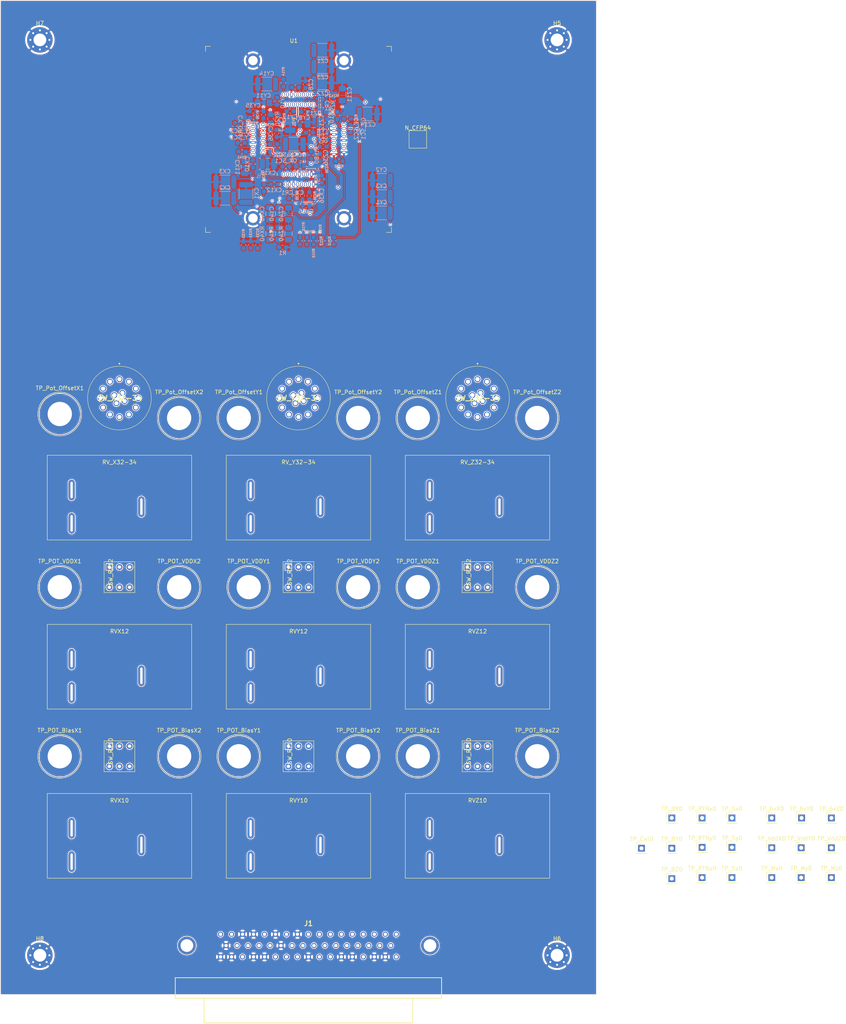
<source format=kicad_pcb>
(kicad_pcb (version 20171130) (host pcbnew 5.1.5-1.fc31)
  (layers (0 F.Cu signal) (1 In1.Cu power) (2 In2.Cu power) (31 B.Cu signal) (34 B.Paste user) (35 F.Paste user) (36 B.SilkS user hide) (37 F.SilkS user) (38 B.Mask user) (39 F.Mask user) (44 Edge.Cuts user))
  (net 0 "")
  (net 1 GND)
  (net 2 /VDD_Y)
  (net 3 /VDD_X)
  (net 4 /V_BIAS_LNA_Z)
  (net 5 /V_BIAS_LNA_Y)
  (net 6 /V_BIAS_LNA_X)
  (net 7 /M_Z)
  (net 8 /M_Y)
  (net 9 /M_X)
  (net 10 /VDD_Z)
  (net 11 "Net-(CX14-Pad1)")
  (net 12 "Net-(CX40-Pad2)")
  (net 13 "Net-(CY14-Pad1)")
  (net 14 "Net-(CY40-Pad2)")
  (net 15 "Net-(CZ14-Pad1)")
  (net 16 "Net-(CZ40-Pad2)")
  (net 17 /Sx)
  (net 18 /RTNx)
  (net 19 /Sy)
  (net 20 /RTNy)
  (net 21 /Sz)
  (net 22 /RTNz)
  (net 23 /CAL)
  (net 24 /+6V_A)
  (net 25 /AsicFM/Regu_Bias_LNA_X)
  (net 26 /AsicFM/Regu_VDD_X)
  (net 27 /AsicFM/In2P_X)
  (net 28 /AsicFM/In1N_X)
  (net 29 /AsicFM/CAL_In_X)
  (net 30 /CR_X)
  (net 31 /B_X)
  (net 32 /+6V_B)
  (net 33 /AsicFM/Regu_Bias_LNA_Y)
  (net 34 /AsicFM/Regu_VDD_Y)
  (net 35 /AsicFM/In2P_Y)
  (net 36 /AsicFM/In1N_Y)
  (net 37 /AsicFM/CAL_In_Y)
  (net 38 /CR_Y)
  (net 39 /B_Y)
  (net 40 /+6V_C)
  (net 41 /AsicFM/Regu_Bias_LNA_Z)
  (net 42 /AsicFM/Regu_VDD_Z)
  (net 43 /AsicFM/In2P_Z)
  (net 44 /AsicFM/In1N_Z)
  (net 45 /AsicFM/CAL_In_Z)
  (net 46 /CR_Z)
  (net 47 /B_Z)
  (net 48 /Temp_Mon_A)
  (net 49 /RTN_Mon_A)
  (net 50 "Net-(J1-Pad16)")
  (net 51 "Net-(J1-Pad17)")
  (net 52 "Net-(J1-Pad18)")
  (net 53 "Net-(J1-Pad19)")
  (net 54 "Net-(J1-Pad20)")
  (net 55 "Net-(J1-Pad21)")
  (net 56 "Net-(J1-Pad22)")
  (net 57 "Net-(J1-Pad23)")
  (net 58 "Net-(J1-Pad24)")
  (net 59 "Net-(J1-Pad25)")
  (net 60 /RTN_Mon_B)
  (net 61 /Temp_Mon_B)
  (net 62 "Net-(RV_X32-34-Pad1)")
  (net 63 "Net-(RV_X32-34-Pad2)")
  (net 64 "Net-(RV_Y32-34-Pad1)")
  (net 65 "Net-(RV_Y32-34-Pad2)")
  (net 66 "Net-(RV_Z32-34-Pad1)")
  (net 67 "Net-(RV_Z32-34-Pad2)")
  (net 68 "Net-(RVX10-Pad1)")
  (net 69 "Net-(RVX10-Pad2)")
  (net 70 "Net-(RVX12-Pad1)")
  (net 71 "Net-(RVX12-Pad2)")
  (net 72 "Net-(RVY10-Pad1)")
  (net 73 "Net-(RVY10-Pad2)")
  (net 74 "Net-(RVY12-Pad1)")
  (net 75 "Net-(RVY12-Pad2)")
  (net 76 "Net-(RVZ10-Pad1)")
  (net 77 "Net-(RVZ10-Pad2)")
  (net 78 "Net-(RVZ12-Pad1)")
  (net 79 "Net-(RVZ12-Pad2)")
  (net 80 "Net-(RX10-Pad2)")
  (net 81 "Net-(RX12-Pad2)")
  (net 82 /AsicFM/Gain_Out2_N_X)
  (net 83 /AsicFM/Gain_Out2_P_X)
  (net 84 /AsicFM/ChannelX/+32)
  (net 85 /AsicFM/ChannelX/-34)
  (net 86 /AsicFM/Out2_NInv_X)
  (net 87 /AsicFM/Out2_inv_X)
  (net 88 /AsicFM/CAL_Gain_X)
  (net 89 /AsicFM/CAL_Out_X)
  (net 90 "Net-(RY10-Pad2)")
  (net 91 "Net-(RY12-Pad2)")
  (net 92 /AsicFM/Gain_Out2_N_Y)
  (net 93 /AsicFM/Gain_Out2_P_Y)
  (net 94 /AsicFM/ChannelY/+32)
  (net 95 /AsicFM/ChannelY/-34)
  (net 96 /AsicFM/Out2_NInv_Y)
  (net 97 /AsicFM/Out2_inv_Y)
  (net 98 /AsicFM/CAL_Gain_Y)
  (net 99 /AsicFM/CAL_Out_Y)
  (net 100 "Net-(RZ10-Pad2)")
  (net 101 "Net-(RZ12-Pad2)")
  (net 102 /AsicFM/Gain_Out2_N_Z)
  (net 103 /AsicFM/Gain_Out2_P_Z)
  (net 104 /AsicFM/ChannelZ/+32)
  (net 105 /AsicFM/ChannelZ/-34)
  (net 106 /AsicFM/Out2_NInv_Z)
  (net 107 /AsicFM/Out2_inv_Z)
  (net 108 /AsicFM/CAL_Gain_Z)
  (net 109 /AsicFM/CAL_Out_Z)
  (net 110 "Net-(SW_RX10-Pad4)")
  (net 111 "Net-(SW_RX10-Pad1)")
  (net 112 "Net-(SW_RX12-Pad4)")
  (net 113 "Net-(SW_RX12-Pad1)")
  (net 114 "Net-(SW_RY10-Pad4)")
  (net 115 "Net-(SW_RY10-Pad1)")
  (net 116 "Net-(SW_RY12-Pad4)")
  (net 117 "Net-(SW_RY12-Pad1)")
  (net 118 "Net-(SW_RZ10-Pad4)")
  (net 119 "Net-(SW_RZ10-Pad1)")
  (net 120 "Net-(SW_RZ12-Pad4)")
  (net 121 "Net-(SW_RZ12-Pad1)")
  (net 122 /AsicFM/In2N_X)
  (net 123 "Net-(SW_X32-34-Pad5)")
  (net 124 "Net-(SW_X32-34-Pad2)")
  (net 125 /AsicFM/In2N_Y)
  (net 126 "Net-(SW_Y32-34-Pad5)")
  (net 127 "Net-(SW_Y32-34-Pad2)")
  (net 128 /AsicFM/In2N_Z)
  (net 129 "Net-(SW_Z32-34-Pad5)")
  (net 130 "Net-(SW_Z32-34-Pad2)")
  (module Capacitor_SMD:C_1812_4532Metric_Pad1.30x3.40mm_HandSolder (layer B.Cu) (at -1.065 1.18)
    (fp_text reference CX14 (at 0 2.65) (layer B.SilkS) (effects (justify mirror)))
    (fp_text value 470n)
    (pad 1 smd roundrect (at -2.225 0) (size 1.3 3.4) (layers B.Cu B.Paste B.Mask) (roundrect_rratio 0.192308) (net 11 "Net-(CX14-Pad1)"))
    (pad 2 smd roundrect (at 2.225 0) (size 1.3 3.4) (layers B.Cu B.Paste B.Mask) (roundrect_rratio 0.192308) (net 1 GND))
  )
  (module LibPersoNadj:Potentiometer_Bourns_3683S (layer F.Cu) (at 45 132.5)
    (fp_text reference RVZ12 (at 0 -8.89) (layer F.SilkS))
    (fp_text value 16K)
    (pad 3 thru_hole oval (at -12.025 -1.905) (size 1.6 5.2) (drill oval 0.6 4.2) (layers *.Cu *.Mask) (net 79 "Net-(RVZ12-Pad2)"))
    (pad 2 thru_hole oval (at 5.515 2.285) (size 1.6 5.2) (drill oval 0.6 4.2) (layers *.Cu *.Mask) (net 79 "Net-(RVZ12-Pad2)"))
    (pad 1 thru_hole oval (at -12.025 6.475) (size 1.6 5.2) (drill oval 0.6 4.2) (layers *.Cu *.Mask) (net 78 "Net-(RVZ12-Pad1)"))
  )
  (module LibPersoNadj:Potentiometer_Bourns_3683S (layer F.Cu) (at 45 175)
    (fp_text reference RVZ10 (at 0 -8.89) (layer F.SilkS))
    (fp_text value 12K)
    (pad 3 thru_hole oval (at -12.025 -1.905) (size 1.6 5.2) (drill oval 0.6 4.2) (layers *.Cu *.Mask) (net 77 "Net-(RVZ10-Pad2)"))
    (pad 2 thru_hole oval (at 5.515 2.285) (size 1.6 5.2) (drill oval 0.6 4.2) (layers *.Cu *.Mask) (net 77 "Net-(RVZ10-Pad2)"))
    (pad 1 thru_hole oval (at -12.025 6.475) (size 1.6 5.2) (drill oval 0.6 4.2) (layers *.Cu *.Mask) (net 76 "Net-(RVZ10-Pad1)"))
  )
  (module LibPersoNadj:Potentiometer_Bourns_3683S (layer F.Cu) (at 0 132.5)
    (fp_text reference RVY12 (at 0 -8.89) (layer F.SilkS))
    (fp_text value 16K)
    (pad 3 thru_hole oval (at -12.025 -1.905) (size 1.6 5.2) (drill oval 0.6 4.2) (layers *.Cu *.Mask) (net 75 "Net-(RVY12-Pad2)"))
    (pad 2 thru_hole oval (at 5.515 2.285) (size 1.6 5.2) (drill oval 0.6 4.2) (layers *.Cu *.Mask) (net 75 "Net-(RVY12-Pad2)"))
    (pad 1 thru_hole oval (at -12.025 6.475) (size 1.6 5.2) (drill oval 0.6 4.2) (layers *.Cu *.Mask) (net 74 "Net-(RVY12-Pad1)"))
  )
  (module LibPersoNadj:Potentiometer_Bourns_3683S (layer F.Cu) (at 0 175)
    (fp_text reference RVY10 (at 0 -8.89) (layer F.SilkS))
    (fp_text value 12K)
    (pad 3 thru_hole oval (at -12.025 -1.905) (size 1.6 5.2) (drill oval 0.6 4.2) (layers *.Cu *.Mask) (net 73 "Net-(RVY10-Pad2)"))
    (pad 2 thru_hole oval (at 5.515 2.285) (size 1.6 5.2) (drill oval 0.6 4.2) (layers *.Cu *.Mask) (net 73 "Net-(RVY10-Pad2)"))
    (pad 1 thru_hole oval (at -12.025 6.475) (size 1.6 5.2) (drill oval 0.6 4.2) (layers *.Cu *.Mask) (net 72 "Net-(RVY10-Pad1)"))
  )
  (module LibPersoNadj:Potentiometer_Bourns_3683S (layer F.Cu) (at -45 132.5)
    (fp_text reference RVX12 (at 0 -8.89) (layer F.SilkS))
    (fp_text value 16K)
    (pad 3 thru_hole oval (at -12.025 -1.905) (size 1.6 5.2) (drill oval 0.6 4.2) (layers *.Cu *.Mask) (net 71 "Net-(RVX12-Pad2)"))
    (pad 2 thru_hole oval (at 5.515 2.285) (size 1.6 5.2) (drill oval 0.6 4.2) (layers *.Cu *.Mask) (net 71 "Net-(RVX12-Pad2)"))
    (pad 1 thru_hole oval (at -12.025 6.475) (size 1.6 5.2) (drill oval 0.6 4.2) (layers *.Cu *.Mask) (net 70 "Net-(RVX12-Pad1)"))
  )
  (module LibPersoNadj:Potentiometer_Bourns_3683S (layer F.Cu) (at -45 175)
    (fp_text reference RVX10 (at 0 -8.89) (layer F.SilkS))
    (fp_text value 12K)
    (pad 3 thru_hole oval (at -12.025 -1.905) (size 1.6 5.2) (drill oval 0.6 4.2) (layers *.Cu *.Mask) (net 69 "Net-(RVX10-Pad2)"))
    (pad 2 thru_hole oval (at 5.515 2.285) (size 1.6 5.2) (drill oval 0.6 4.2) (layers *.Cu *.Mask) (net 69 "Net-(RVX10-Pad2)"))
    (pad 1 thru_hole oval (at -12.025 6.475) (size 1.6 5.2) (drill oval 0.6 4.2) (layers *.Cu *.Mask) (net 68 "Net-(RVX10-Pad1)"))
  )
  (module LibPersoNadj:Potentiometer_Bourns_3683S (layer F.Cu) (at 45 90)
    (fp_text reference RV_Z32-34 (at 0 -8.89) (layer F.SilkS))
    (fp_text value 5K)
    (pad 3 thru_hole oval (at -12.025 -1.905) (size 1.6 5.2) (drill oval 0.6 4.2) (layers *.Cu *.Mask) (net 67 "Net-(RV_Z32-34-Pad2)"))
    (pad 2 thru_hole oval (at 5.515 2.285) (size 1.6 5.2) (drill oval 0.6 4.2) (layers *.Cu *.Mask) (net 67 "Net-(RV_Z32-34-Pad2)"))
    (pad 1 thru_hole oval (at -12.025 6.475) (size 1.6 5.2) (drill oval 0.6 4.2) (layers *.Cu *.Mask) (net 66 "Net-(RV_Z32-34-Pad1)"))
  )
  (module LibPersoNadj:Potentiometer_Bourns_3683S (layer F.Cu) (at 0 90)
    (fp_text reference RV_Y32-34 (at 0 -8.89) (layer F.SilkS))
    (fp_text value 5K)
    (pad 3 thru_hole oval (at -12.025 -1.905) (size 1.6 5.2) (drill oval 0.6 4.2) (layers *.Cu *.Mask) (net 65 "Net-(RV_Y32-34-Pad2)"))
    (pad 2 thru_hole oval (at 5.515 2.285) (size 1.6 5.2) (drill oval 0.6 4.2) (layers *.Cu *.Mask) (net 65 "Net-(RV_Y32-34-Pad2)"))
    (pad 1 thru_hole oval (at -12.025 6.475) (size 1.6 5.2) (drill oval 0.6 4.2) (layers *.Cu *.Mask) (net 64 "Net-(RV_Y32-34-Pad1)"))
  )
  (module LibPersoNadj:Potentiometer_Bourns_3683S (layer F.Cu) (at -45 90)
    (fp_text reference RV_X32-34 (at 0 -8.89) (layer F.SilkS))
    (fp_text value 5K)
    (pad 3 thru_hole oval (at -12.025 -1.905) (size 1.6 5.2) (drill oval 0.6 4.2) (layers *.Cu *.Mask) (net 63 "Net-(RV_X32-34-Pad2)"))
    (pad 2 thru_hole oval (at 5.515 2.285) (size 1.6 5.2) (drill oval 0.6 4.2) (layers *.Cu *.Mask) (net 63 "Net-(RV_X32-34-Pad2)"))
    (pad 1 thru_hole oval (at -12.025 6.475) (size 1.6 5.2) (drill oval 0.6 4.2) (layers *.Cu *.Mask) (net 62 "Net-(RV_X32-34-Pad1)"))
  )
  (module Connector:Banana_Jack_1Pin (layer F.Cu) (at 60 112.5)
    (fp_text reference TP_POT_VDDZ2 (at 0 -6.5) (layer F.SilkS))
    (fp_text value TestPoint)
    (pad 1 thru_hole circle (at 0 0) (size 10.16 10.16) (drill 6.1) (layers *.Cu *.Mask) (net 121 "Net-(SW_RZ12-Pad1)"))
  )
  (module Connector:Banana_Jack_1Pin (layer F.Cu) (at 30 112.5)
    (fp_text reference TP_POT_VDDZ1 (at 0 -6.5) (layer F.SilkS))
    (fp_text value TestPoint)
    (pad 1 thru_hole circle (at 0 0) (size 10.16 10.16) (drill 6.1) (layers *.Cu *.Mask) (net 120 "Net-(SW_RZ12-Pad4)"))
  )
  (module Connector:Banana_Jack_1Pin (layer F.Cu) (at 15 112.5)
    (fp_text reference TP_POT_VDDY2 (at 0 -6.5) (layer F.SilkS))
    (fp_text value TestPoint)
    (pad 1 thru_hole circle (at 0 0) (size 10.16 10.16) (drill 6.1) (layers *.Cu *.Mask) (net 117 "Net-(SW_RY12-Pad1)"))
  )
  (module Connector:Banana_Jack_1Pin (layer F.Cu) (at -12.5 112.5)
    (fp_text reference TP_POT_VDDY1 (at 0 -6.5) (layer F.SilkS))
    (fp_text value TestPoint)
    (pad 1 thru_hole circle (at 0 0) (size 10.16 10.16) (drill 6.1) (layers *.Cu *.Mask) (net 116 "Net-(SW_RY12-Pad4)"))
  )
  (module Connector:Banana_Jack_1Pin (layer F.Cu) (at -30 112.5)
    (fp_text reference TP_POT_VDDX2 (at 0 -6.5) (layer F.SilkS))
    (fp_text value TestPoint)
    (pad 1 thru_hole circle (at 0 0) (size 10.16 10.16) (drill 6.1) (layers *.Cu *.Mask) (net 113 "Net-(SW_RX12-Pad1)"))
  )
  (module Connector:Banana_Jack_1Pin (layer F.Cu) (at -60 112.5)
    (fp_text reference TP_POT_VDDX1 (at 0 -6.5) (layer F.SilkS))
    (fp_text value TestPoint)
    (pad 1 thru_hole circle (at 0 0) (size 10.16 10.16) (drill 6.1) (layers *.Cu *.Mask) (net 112 "Net-(SW_RX12-Pad4)"))
  )
  (module Connector:Banana_Jack_1Pin (layer F.Cu) (at 60 70)
    (fp_text reference TP_Pot_OffsetZ2 (at 0 -6.5) (layer F.SilkS))
    (fp_text value TestPoint)
    (pad 1 thru_hole circle (at 0 0) (size 10.16 10.16) (drill 6.1) (layers *.Cu *.Mask) (net 129 "Net-(SW_Z32-34-Pad5)"))
  )
  (module Connector:Banana_Jack_1Pin (layer F.Cu) (at 30 70)
    (fp_text reference TP_Pot_OffsetZ1 (at 0 -6.5) (layer F.SilkS))
    (fp_text value TestPoint)
    (pad 1 thru_hole circle (at 0 0) (size 10.16 10.16) (drill 6.1) (layers *.Cu *.Mask) (net 130 "Net-(SW_Z32-34-Pad2)"))
  )
  (module Connector:Banana_Jack_1Pin (layer F.Cu) (at 15 70)
    (fp_text reference TP_Pot_OffsetY2 (at 0 -6.5) (layer F.SilkS))
    (fp_text value TestPoint)
    (pad 1 thru_hole circle (at 0 0) (size 10.16 10.16) (drill 6.1) (layers *.Cu *.Mask) (net 126 "Net-(SW_Y32-34-Pad5)"))
  )
  (module Connector:Banana_Jack_1Pin (layer F.Cu) (at -15 70)
    (fp_text reference TP_Pot_OffsetY1 (at 0 -6.5) (layer F.SilkS))
    (fp_text value TestPoint)
    (pad 1 thru_hole circle (at 0 0) (size 10.16 10.16) (drill 6.1) (layers *.Cu *.Mask) (net 127 "Net-(SW_Y32-34-Pad2)"))
  )
  (module Connector:Banana_Jack_1Pin (layer F.Cu) (at -30 70)
    (fp_text reference TP_Pot_OffsetX2 (at 0 -6.5) (layer F.SilkS))
    (fp_text value TestPoint)
    (pad 1 thru_hole circle (at 0 0) (size 10.16 10.16) (drill 6.1) (layers *.Cu *.Mask) (net 123 "Net-(SW_X32-34-Pad5)"))
  )
  (module Connector:Banana_Jack_1Pin (layer F.Cu) (at -60 69)
    (fp_text reference TP_Pot_OffsetX1 (at 0 -6.5) (layer F.SilkS))
    (fp_text value TestPoint)
    (pad 1 thru_hole circle (at 0 0) (size 10.16 10.16) (drill 6.1) (layers *.Cu *.Mask) (net 124 "Net-(SW_X32-34-Pad2)"))
  )
  (module Connector:Banana_Jack_1Pin (layer F.Cu) (at 60 155)
    (fp_text reference TP_POT_BiasZ2 (at 0 -6.5) (layer F.SilkS))
    (fp_text value TestPoint)
    (pad 1 thru_hole circle (at 0 0) (size 10.16 10.16) (drill 6.1) (layers *.Cu *.Mask) (net 119 "Net-(SW_RZ10-Pad1)"))
  )
  (module Connector:Banana_Jack_1Pin (layer F.Cu) (at 30 155)
    (fp_text reference TP_POT_BiasZ1 (at 0 -6.5) (layer F.SilkS))
    (fp_text value TestPoint)
    (pad 1 thru_hole circle (at 0 0) (size 10.16 10.16) (drill 6.1) (layers *.Cu *.Mask) (net 118 "Net-(SW_RZ10-Pad4)"))
  )
  (module Connector:Banana_Jack_1Pin (layer F.Cu) (at 15 155)
    (fp_text reference TP_POT_BiasY2 (at 0 -6.5) (layer F.SilkS))
    (fp_text value TestPoint)
    (pad 1 thru_hole circle (at 0 0) (size 10.16 10.16) (drill 6.1) (layers *.Cu *.Mask) (net 115 "Net-(SW_RY10-Pad1)"))
  )
  (module Connector:Banana_Jack_1Pin (layer F.Cu) (at -15 155)
    (fp_text reference TP_POT_BiasY1 (at 0 -6.5) (layer F.SilkS))
    (fp_text value TestPoint)
    (pad 1 thru_hole circle (at 0 0) (size 10.16 10.16) (drill 6.1) (layers *.Cu *.Mask) (net 114 "Net-(SW_RY10-Pad4)"))
  )
  (module Connector:Banana_Jack_1Pin (layer F.Cu) (at -30 155)
    (fp_text reference TP_POT_BiasX2 (at 0 -6.5) (layer F.SilkS))
    (fp_text value TestPoint)
    (pad 1 thru_hole circle (at 0 0) (size 10.16 10.16) (drill 6.1) (layers *.Cu *.Mask) (net 111 "Net-(SW_RX10-Pad1)"))
  )
  (module Connector:Banana_Jack_1Pin (layer F.Cu) (at -60 155)
    (fp_text reference TP_POT_BiasX1 (at 0 -6.5) (layer F.SilkS))
    (fp_text value TestPoint)
    (pad 1 thru_hole circle (at 0 0) (size 10.16 10.16) (drill 6.1) (layers *.Cu *.Mask) (net 110 "Net-(SW_RX10-Pad4)"))
  )
  (module Connector_PinHeader_2.54mm:PinHeader_1x01_P2.54mm_Vertical (layer F.Cu) (at 93.84 185.74)
    (fp_text reference TP_BZ0 (at 0 -2.33) (layer F.SilkS))
    (fp_text value TestPoint)
    (pad 1 thru_hole rect (at 0 0) (size 1.7 1.7) (drill 1) (layers *.Cu *.Mask) (net 47 /B_Z))
  )
  (module Connector_PinHeader_2.54mm:PinHeader_1x01_P2.54mm_Vertical (layer F.Cu) (at 93.84 178.12)
    (fp_text reference TP_BY0 (at 0 -2.33) (layer F.SilkS))
    (fp_text value TestPoint)
    (pad 1 thru_hole rect (at 0 0) (size 1.7 1.7) (drill 1) (layers *.Cu *.Mask) (net 39 /B_Y))
  )
  (module Connector_PinHeader_2.54mm:PinHeader_1x01_P2.54mm_Vertical (layer F.Cu) (at 93.84 170.5)
    (fp_text reference TP_BX0 (at 0 -2.33) (layer F.SilkS))
    (fp_text value TestPoint)
    (pad 1 thru_hole rect (at 0 0) (size 1.7 1.7) (drill 1) (layers *.Cu *.Mask) (net 31 /B_X))
  )
  (module LibPersoNadj:Switch_4P3T_MRA403_NKK (layer F.Cu) (at 45 65)
    (fp_text reference SW_Z32-34 (at 0 0) (layer F.SilkS) (effects (font (size 1.27 1.27) (thickness 0.254))))
    (fp_text value SW_Rotary4x3 hide)
    (pad 4 thru_hole circle (at 0 -4.75) (size 1.5 1.5) (drill 1) (layers *.Cu *.Mask) (net 128 /AsicFM/In2N_Z))
    (pad 5 thru_hole circle (at 2.375 -4.114) (size 1.5 1.5) (drill 1) (layers *.Cu *.Mask) (net 129 "Net-(SW_Z32-34-Pad5)"))
    (pad 6 thru_hole circle (at 4.114 -2.375) (size 1.5 1.5) (drill 1) (layers *.Cu *.Mask) (net 105 /AsicFM/ChannelZ/-34))
    (pad 10 thru_hole circle (at 4.75 0) (size 1.5 1.5) (drill 1) (layers *.Cu *.Mask) (net 105 /AsicFM/ChannelZ/-34))
    (pad 11 thru_hole circle (at 4.114 2.375) (size 1.5 1.5) (drill 1) (layers *.Cu *.Mask) (net 105 /AsicFM/ChannelZ/-34))
    (pad 12 thru_hole circle (at 2.375 4.114) (size 1.5 1.5) (drill 1) (layers *.Cu *.Mask) (net 128 /AsicFM/In2N_Z))
    (pad 1 thru_hole circle (at 0 4.75) (size 1.5 1.5) (drill 1) (layers *.Cu *.Mask) (net 104 /AsicFM/ChannelZ/+32))
    (pad 2 thru_hole circle (at -2.375 4.114) (size 1.5 1.5) (drill 1) (layers *.Cu *.Mask) (net 130 "Net-(SW_Z32-34-Pad2)"))
    (pad 3 thru_hole circle (at -4.114 2.375) (size 1.5 1.5) (drill 1) (layers *.Cu *.Mask) (net 128 /AsicFM/In2N_Z))
    (pad 7 thru_hole circle (at -4.75 0) (size 1.5 1.5) (drill 1) (layers *.Cu *.Mask) (net 128 /AsicFM/In2N_Z))
    (pad 8 thru_hole circle (at -4.114 -2.375) (size 1.5 1.5) (drill 1) (layers *.Cu *.Mask) (net 104 /AsicFM/ChannelZ/+32))
    (pad 9 thru_hole circle (at -2.375 -4.114) (size 1.5 1.5) (drill 1) (layers *.Cu *.Mask) (net 104 /AsicFM/ChannelZ/+32))
    (pad 13 thru_hole circle (at -0.75 1.299) (size 1.5 1.5) (drill 1) (layers *.Cu *.Mask) (net 67 "Net-(RV_Z32-34-Pad2)"))
    (pad 14 thru_hole circle (at 0.75 -1.299) (size 1.5 1.5) (drill 1) (layers *.Cu *.Mask) (net 66 "Net-(RV_Z32-34-Pad1)"))
    (pad 15 thru_hole circle (at -1.299 -0.75) (size 1.5 1.5) (drill 1) (layers *.Cu *.Mask) (net 128 /AsicFM/In2N_Z))
    (pad 16 thru_hole circle (at 1.299 0.75) (size 1.5 1.5) (drill 1) (layers *.Cu *.Mask) (net 128 /AsicFM/In2N_Z))
  )
  (module LibPersoNadj:Switch_4P3T_MRA403_NKK (layer F.Cu) (at 0 65)
    (fp_text reference SW_Y32-34 (at 0 0) (layer F.SilkS) (effects (font (size 1.27 1.27) (thickness 0.254))))
    (fp_text value SW_Rotary4x3 hide)
    (pad 4 thru_hole circle (at 0 -4.75) (size 1.5 1.5) (drill 1) (layers *.Cu *.Mask) (net 125 /AsicFM/In2N_Y))
    (pad 5 thru_hole circle (at 2.375 -4.114) (size 1.5 1.5) (drill 1) (layers *.Cu *.Mask) (net 126 "Net-(SW_Y32-34-Pad5)"))
    (pad 6 thru_hole circle (at 4.114 -2.375) (size 1.5 1.5) (drill 1) (layers *.Cu *.Mask) (net 95 /AsicFM/ChannelY/-34))
    (pad 10 thru_hole circle (at 4.75 0) (size 1.5 1.5) (drill 1) (layers *.Cu *.Mask) (net 95 /AsicFM/ChannelY/-34))
    (pad 11 thru_hole circle (at 4.114 2.375) (size 1.5 1.5) (drill 1) (layers *.Cu *.Mask) (net 95 /AsicFM/ChannelY/-34))
    (pad 12 thru_hole circle (at 2.375 4.114) (size 1.5 1.5) (drill 1) (layers *.Cu *.Mask) (net 125 /AsicFM/In2N_Y))
    (pad 1 thru_hole circle (at 0 4.75) (size 1.5 1.5) (drill 1) (layers *.Cu *.Mask) (net 94 /AsicFM/ChannelY/+32))
    (pad 2 thru_hole circle (at -2.375 4.114) (size 1.5 1.5) (drill 1) (layers *.Cu *.Mask) (net 127 "Net-(SW_Y32-34-Pad2)"))
    (pad 3 thru_hole circle (at -4.114 2.375) (size 1.5 1.5) (drill 1) (layers *.Cu *.Mask) (net 125 /AsicFM/In2N_Y))
    (pad 7 thru_hole circle (at -4.75 0) (size 1.5 1.5) (drill 1) (layers *.Cu *.Mask) (net 125 /AsicFM/In2N_Y))
    (pad 8 thru_hole circle (at -4.114 -2.375) (size 1.5 1.5) (drill 1) (layers *.Cu *.Mask) (net 94 /AsicFM/ChannelY/+32))
    (pad 9 thru_hole circle (at -2.375 -4.114) (size 1.5 1.5) (drill 1) (layers *.Cu *.Mask) (net 94 /AsicFM/ChannelY/+32))
    (pad 13 thru_hole circle (at -0.75 1.299) (size 1.5 1.5) (drill 1) (layers *.Cu *.Mask) (net 65 "Net-(RV_Y32-34-Pad2)"))
    (pad 14 thru_hole circle (at 0.75 -1.299) (size 1.5 1.5) (drill 1) (layers *.Cu *.Mask) (net 64 "Net-(RV_Y32-34-Pad1)"))
    (pad 15 thru_hole circle (at -1.299 -0.75) (size 1.5 1.5) (drill 1) (layers *.Cu *.Mask) (net 125 /AsicFM/In2N_Y))
    (pad 16 thru_hole circle (at 1.299 0.75) (size 1.5 1.5) (drill 1) (layers *.Cu *.Mask) (net 125 /AsicFM/In2N_Y))
  )
  (module LibPersoNadj:Switch_4P3T_MRA403_NKK (layer F.Cu) (at -45 65)
    (fp_text reference SW_X32-34 (at 0 0) (layer F.SilkS) (effects (font (size 1.27 1.27) (thickness 0.254))))
    (fp_text value SW_Rotary4x3 hide)
    (pad 4 thru_hole circle (at 0 -4.75) (size 1.5 1.5) (drill 1) (layers *.Cu *.Mask) (net 122 /AsicFM/In2N_X))
    (pad 5 thru_hole circle (at 2.375 -4.114) (size 1.5 1.5) (drill 1) (layers *.Cu *.Mask) (net 123 "Net-(SW_X32-34-Pad5)"))
    (pad 6 thru_hole circle (at 4.114 -2.375) (size 1.5 1.5) (drill 1) (layers *.Cu *.Mask) (net 85 /AsicFM/ChannelX/-34))
    (pad 10 thru_hole circle (at 4.75 0) (size 1.5 1.5) (drill 1) (layers *.Cu *.Mask) (net 85 /AsicFM/ChannelX/-34))
    (pad 11 thru_hole circle (at 4.114 2.375) (size 1.5 1.5) (drill 1) (layers *.Cu *.Mask) (net 85 /AsicFM/ChannelX/-34))
    (pad 12 thru_hole circle (at 2.375 4.114) (size 1.5 1.5) (drill 1) (layers *.Cu *.Mask) (net 122 /AsicFM/In2N_X))
    (pad 1 thru_hole circle (at 0 4.75) (size 1.5 1.5) (drill 1) (layers *.Cu *.Mask) (net 84 /AsicFM/ChannelX/+32))
    (pad 2 thru_hole circle (at -2.375 4.114) (size 1.5 1.5) (drill 1) (layers *.Cu *.Mask) (net 124 "Net-(SW_X32-34-Pad2)"))
    (pad 3 thru_hole circle (at -4.114 2.375) (size 1.5 1.5) (drill 1) (layers *.Cu *.Mask) (net 122 /AsicFM/In2N_X))
    (pad 7 thru_hole circle (at -4.75 0) (size 1.5 1.5) (drill 1) (layers *.Cu *.Mask) (net 122 /AsicFM/In2N_X))
    (pad 8 thru_hole circle (at -4.114 -2.375) (size 1.5 1.5) (drill 1) (layers *.Cu *.Mask) (net 84 /AsicFM/ChannelX/+32))
    (pad 9 thru_hole circle (at -2.375 -4.114) (size 1.5 1.5) (drill 1) (layers *.Cu *.Mask) (net 84 /AsicFM/ChannelX/+32))
    (pad 13 thru_hole circle (at -0.75 1.299) (size 1.5 1.5) (drill 1) (layers *.Cu *.Mask) (net 63 "Net-(RV_X32-34-Pad2)"))
    (pad 14 thru_hole circle (at 0.75 -1.299) (size 1.5 1.5) (drill 1) (layers *.Cu *.Mask) (net 62 "Net-(RV_X32-34-Pad1)"))
    (pad 15 thru_hole circle (at -1.299 -0.75) (size 1.5 1.5) (drill 1) (layers *.Cu *.Mask) (net 122 /AsicFM/In2N_X))
    (pad 16 thru_hole circle (at 1.299 0.75) (size 1.5 1.5) (drill 1) (layers *.Cu *.Mask) (net 122 /AsicFM/In2N_X))
  )
  (module LibPersoNadj:SW_NKK_DPDT_B22AP (layer F.Cu) (at 45 110 90)
    (fp_text reference SW_RZ12 (at 1.27 -2.2 90) (layer F.SilkS))
    (fp_text value SW_Push_DPDT)
    (pad 6 thru_hole circle (at -2.54 2.54 90) (size 1.524 1.524) (drill 0.8128) (layers *.Cu *.Mask) (net 10 /VDD_Z))
    (pad 5 thru_hole circle (at -2.54 0 90) (size 1.524 1.524) (drill 0.8128) (layers *.Cu *.Mask) (net 78 "Net-(RVZ12-Pad1)"))
    (pad 4 thru_hole circle (at -2.54 -2.54 90) (size 1.524 1.524) (drill 0.8128) (layers *.Cu *.Mask) (net 120 "Net-(SW_RZ12-Pad4)"))
    (pad 3 thru_hole circle (at 2.54 2.54 90) (size 1.524 1.524) (drill 0.8128) (layers *.Cu *.Mask) (net 101 "Net-(RZ12-Pad2)"))
    (pad 2 thru_hole circle (at 2.54 0 90) (size 1.524 1.524) (drill 0.8128) (layers *.Cu *.Mask) (net 79 "Net-(RVZ12-Pad2)"))
    (pad 1 thru_hole rect (at 2.54 -2.54 90) (size 1.524 1.524) (drill 0.8128) (layers *.Cu *.Mask) (net 121 "Net-(SW_RZ12-Pad1)"))
  )
  (module LibPersoNadj:SW_NKK_DPDT_B22AP (layer F.Cu) (at 45 155 90)
    (fp_text reference SW_RZ10 (at 1.27 -2.2 90) (layer F.SilkS))
    (fp_text value SW_Push_DPDT)
    (pad 6 thru_hole circle (at -2.54 2.54 90) (size 1.524 1.524) (drill 0.8128) (layers *.Cu *.Mask) (net 4 /V_BIAS_LNA_Z))
    (pad 5 thru_hole circle (at -2.54 0 90) (size 1.524 1.524) (drill 0.8128) (layers *.Cu *.Mask) (net 76 "Net-(RVZ10-Pad1)"))
    (pad 4 thru_hole circle (at -2.54 -2.54 90) (size 1.524 1.524) (drill 0.8128) (layers *.Cu *.Mask) (net 118 "Net-(SW_RZ10-Pad4)"))
    (pad 3 thru_hole circle (at 2.54 2.54 90) (size 1.524 1.524) (drill 0.8128) (layers *.Cu *.Mask) (net 100 "Net-(RZ10-Pad2)"))
    (pad 2 thru_hole circle (at 2.54 0 90) (size 1.524 1.524) (drill 0.8128) (layers *.Cu *.Mask) (net 77 "Net-(RVZ10-Pad2)"))
    (pad 1 thru_hole rect (at 2.54 -2.54 90) (size 1.524 1.524) (drill 0.8128) (layers *.Cu *.Mask) (net 119 "Net-(SW_RZ10-Pad1)"))
  )
  (module LibPersoNadj:SW_NKK_DPDT_B22AP (layer F.Cu) (at 0 110 90)
    (fp_text reference SW_RY12 (at 1.27 -2.2 90) (layer F.SilkS))
    (fp_text value SW_Push_DPDT)
    (pad 6 thru_hole circle (at -2.54 2.54 90) (size 1.524 1.524) (drill 0.8128) (layers *.Cu *.Mask) (net 2 /VDD_Y))
    (pad 5 thru_hole circle (at -2.54 0 90) (size 1.524 1.524) (drill 0.8128) (layers *.Cu *.Mask) (net 74 "Net-(RVY12-Pad1)"))
    (pad 4 thru_hole circle (at -2.54 -2.54 90) (size 1.524 1.524) (drill 0.8128) (layers *.Cu *.Mask) (net 116 "Net-(SW_RY12-Pad4)"))
    (pad 3 thru_hole circle (at 2.54 2.54 90) (size 1.524 1.524) (drill 0.8128) (layers *.Cu *.Mask) (net 91 "Net-(RY12-Pad2)"))
    (pad 2 thru_hole circle (at 2.54 0 90) (size 1.524 1.524) (drill 0.8128) (layers *.Cu *.Mask) (net 75 "Net-(RVY12-Pad2)"))
    (pad 1 thru_hole rect (at 2.54 -2.54 90) (size 1.524 1.524) (drill 0.8128) (layers *.Cu *.Mask) (net 117 "Net-(SW_RY12-Pad1)"))
  )
  (module LibPersoNadj:SW_NKK_DPDT_B22AP (layer F.Cu) (at 0 155 90)
    (fp_text reference SW_RY10 (at 1.27 -2.2 90) (layer F.SilkS))
    (fp_text value SW_Push_DPDT)
    (pad 6 thru_hole circle (at -2.54 2.54 90) (size 1.524 1.524) (drill 0.8128) (layers *.Cu *.Mask) (net 5 /V_BIAS_LNA_Y))
    (pad 5 thru_hole circle (at -2.54 0 90) (size 1.524 1.524) (drill 0.8128) (layers *.Cu *.Mask) (net 72 "Net-(RVY10-Pad1)"))
    (pad 4 thru_hole circle (at -2.54 -2.54 90) (size 1.524 1.524) (drill 0.8128) (layers *.Cu *.Mask) (net 114 "Net-(SW_RY10-Pad4)"))
    (pad 3 thru_hole circle (at 2.54 2.54 90) (size 1.524 1.524) (drill 0.8128) (layers *.Cu *.Mask) (net 90 "Net-(RY10-Pad2)"))
    (pad 2 thru_hole circle (at 2.54 0 90) (size 1.524 1.524) (drill 0.8128) (layers *.Cu *.Mask) (net 73 "Net-(RVY10-Pad2)"))
    (pad 1 thru_hole rect (at 2.54 -2.54 90) (size 1.524 1.524) (drill 0.8128) (layers *.Cu *.Mask) (net 115 "Net-(SW_RY10-Pad1)"))
  )
  (module LibPersoNadj:SW_NKK_DPDT_B22AP (layer F.Cu) (at -45 110 90)
    (fp_text reference SW_RX12 (at 1.27 -2.2 90) (layer F.SilkS))
    (fp_text value SW_Push_DPDT)
    (pad 6 thru_hole circle (at -2.54 2.54 90) (size 1.524 1.524) (drill 0.8128) (layers *.Cu *.Mask) (net 3 /VDD_X))
    (pad 5 thru_hole circle (at -2.54 0 90) (size 1.524 1.524) (drill 0.8128) (layers *.Cu *.Mask) (net 70 "Net-(RVX12-Pad1)"))
    (pad 4 thru_hole circle (at -2.54 -2.54 90) (size 1.524 1.524) (drill 0.8128) (layers *.Cu *.Mask) (net 112 "Net-(SW_RX12-Pad4)"))
    (pad 3 thru_hole circle (at 2.54 2.54 90) (size 1.524 1.524) (drill 0.8128) (layers *.Cu *.Mask) (net 81 "Net-(RX12-Pad2)"))
    (pad 2 thru_hole circle (at 2.54 0 90) (size 1.524 1.524) (drill 0.8128) (layers *.Cu *.Mask) (net 71 "Net-(RVX12-Pad2)"))
    (pad 1 thru_hole rect (at 2.54 -2.54 90) (size 1.524 1.524) (drill 0.8128) (layers *.Cu *.Mask) (net 113 "Net-(SW_RX12-Pad1)"))
  )
  (module LibPersoNadj:SW_NKK_DPDT_B22AP (layer F.Cu) (at -45 155 90)
    (fp_text reference SW_RX10 (at 1.27 -2.2 90) (layer F.SilkS))
    (fp_text value SW_Push_DPDT)
    (pad 6 thru_hole circle (at -2.54 2.54 90) (size 1.524 1.524) (drill 0.8128) (layers *.Cu *.Mask) (net 6 /V_BIAS_LNA_X))
    (pad 5 thru_hole circle (at -2.54 0 90) (size 1.524 1.524) (drill 0.8128) (layers *.Cu *.Mask) (net 68 "Net-(RVX10-Pad1)"))
    (pad 4 thru_hole circle (at -2.54 -2.54 90) (size 1.524 1.524) (drill 0.8128) (layers *.Cu *.Mask) (net 110 "Net-(SW_RX10-Pad4)"))
    (pad 3 thru_hole circle (at 2.54 2.54 90) (size 1.524 1.524) (drill 0.8128) (layers *.Cu *.Mask) (net 80 "Net-(RX10-Pad2)"))
    (pad 2 thru_hole circle (at 2.54 0 90) (size 1.524 1.524) (drill 0.8128) (layers *.Cu *.Mask) (net 69 "Net-(RVX10-Pad2)"))
    (pad 1 thru_hole rect (at 2.54 -2.54 90) (size 1.524 1.524) (drill 0.8128) (layers *.Cu *.Mask) (net 111 "Net-(SW_RX10-Pad1)"))
  )
  (module Resistor_SMD:R_1206_3216Metric_Pad1.42x1.75mm_HandSolder (layer B.Cu) (at -2.5 23.7 270)
    (fp_text reference RZ40 (at 0 1.82 90) (layer B.SilkS) (effects (justify mirror)))
    (fp_text value 750k)
    (pad 2 smd roundrect (at 1.4875 0 270) (size 1.425 1.75) (layers B.Cu B.Paste B.Mask) (roundrect_rratio 0.175439) (net 23 /CAL))
    (pad 1 smd roundrect (at -1.4875 0 270) (size 1.425 1.75) (layers B.Cu B.Paste B.Mask) (roundrect_rratio 0.175439) (net 16 "Net-(CZ40-Pad2)"))
  )
  (module Resistor_SMD:R_0805_2012Metric_Pad1.15x1.40mm_HandSolder (layer B.Cu) (at 7 -7.9 90)
    (fp_text reference RZ20 (at 0 1.65 90) (layer B.SilkS) (effects (justify mirror)))
    (fp_text value 68k)
    (pad 2 smd roundrect (at 1.025 0 90) (size 1.15 1.4) (layers B.Cu B.Paste B.Mask) (roundrect_rratio 0.217391) (net 46 /CR_Z))
    (pad 1 smd roundrect (at -1.025 0 90) (size 1.15 1.4) (layers B.Cu B.Paste B.Mask) (roundrect_rratio 0.217391) (net 43 /AsicFM/In2P_Z))
  )
  (module Resistor_SMD:R_1206_3216Metric_Pad1.42x1.75mm_HandSolder (layer B.Cu) (at -4.9 23.7 270)
    (fp_text reference RY40 (at 0 1.82 90) (layer B.SilkS) (effects (justify mirror)))
    (fp_text value 750k)
    (pad 2 smd roundrect (at 1.4875 0 270) (size 1.425 1.75) (layers B.Cu B.Paste B.Mask) (roundrect_rratio 0.175439) (net 23 /CAL))
    (pad 1 smd roundrect (at -1.4875 0 270) (size 1.425 1.75) (layers B.Cu B.Paste B.Mask) (roundrect_rratio 0.175439) (net 14 "Net-(CY40-Pad2)"))
  )
  (module Resistor_SMD:R_0805_2012Metric_Pad1.15x1.40mm_HandSolder (layer B.Cu) (at -7 -5.2 90)
    (fp_text reference RY20 (at 0 1.65 90) (layer B.SilkS) (effects (justify mirror)))
    (fp_text value 68k)
    (pad 2 smd roundrect (at 1.025 0 90) (size 1.15 1.4) (layers B.Cu B.Paste B.Mask) (roundrect_rratio 0.217391) (net 38 /CR_Y))
    (pad 1 smd roundrect (at -1.025 0 90) (size 1.15 1.4) (layers B.Cu B.Paste B.Mask) (roundrect_rratio 0.217391) (net 35 /AsicFM/In2P_Y))
  )
  (module Resistor_SMD:R_1206_3216Metric_Pad1.42x1.75mm_HandSolder (layer B.Cu) (at -7.3 23.7 270)
    (fp_text reference RX40 (at 0 1.82 90) (layer B.SilkS) (effects (justify mirror)))
    (fp_text value 750k)
    (pad 2 smd roundrect (at 1.4875 0 270) (size 1.425 1.75) (layers B.Cu B.Paste B.Mask) (roundrect_rratio 0.175439) (net 23 /CAL))
    (pad 1 smd roundrect (at -1.4875 0 270) (size 1.425 1.75) (layers B.Cu B.Paste B.Mask) (roundrect_rratio 0.175439) (net 12 "Net-(CX40-Pad2)"))
  )
  (module Resistor_SMD:R_0805_2012Metric_Pad1.15x1.40mm_HandSolder (layer B.Cu) (at 0.45 6.6)
    (fp_text reference RX20 (at 0 1.65) (layer B.SilkS) (effects (justify mirror)))
    (fp_text value 68k)
    (pad 2 smd roundrect (at 1.025 0) (size 1.15 1.4) (layers B.Cu B.Paste B.Mask) (roundrect_rratio 0.217391) (net 30 /CR_X))
    (pad 1 smd roundrect (at -1.025 0) (size 1.15 1.4) (layers B.Cu B.Paste B.Mask) (roundrect_rratio 0.217391) (net 27 /AsicFM/In2P_X))
  )
  (module Resistor_SMD:R_0603_1608Metric_Pad1.05x0.95mm_HandSolder (layer B.Cu) (at 3.18 3.945 90)
    (fp_text reference RthB0 (at 0 1.43 90) (layer B.SilkS) (effects (justify mirror)))
    (fp_text value PT1000)
    (pad 2 smd roundrect (at 0.875 0 90) (size 1.05 0.95) (layers B.Cu B.Paste B.Mask) (net 60 /RTN_Mon_B))
    (pad 1 smd roundrect (at -0.875 0 90) (size 1.05 0.95) (layers B.Cu B.Paste B.Mask) (net 61 /Temp_Mon_B))
  )
  (module Resistor_SMD:R_0603_1608Metric_Pad1.05x0.95mm_HandSolder (layer B.Cu) (at -4 27.1)
    (fp_text reference R1 (at 0 1.43) (layer B.SilkS) (effects (justify mirror)))
    (fp_text value 10k)
    (pad 2 smd roundrect (at 0.875 0) (size 1.05 0.95) (layers B.Cu B.Paste B.Mask) (net 1 GND))
    (pad 1 smd roundrect (at -0.875 0) (size 1.05 0.95) (layers B.Cu B.Paste B.Mask) (net 23 /CAL))
  )
  (module TestPoint:TestPoint_Pad_4.0x4.0mm (layer F.Cu) (at 30 0)
    (fp_text reference N_CFP64 (at 0 -2.898) (layer F.SilkS))
    (fp_text value Housing_Pad)
    (pad 1 smd rect (at 0 0) (size 4 4) (layers F.Cu F.Mask) (net 1 GND))
  )
  (module LibPersoNadj:DD50S564TLF (layer F.Cu) (at 2.5 222)
    (fp_text reference J1 (at 0 -25) (layer F.SilkS) (effects (font (size 1.27 1.27) (thickness 0.254))))
    (fp_text value Conn_02x25_Top_Bottom_MountingPin hide)
    (pad 0 thru_hole circle (at 30.555 -19.44) (size 4.5 4.5) (drill 3.2) (layers *.Cu *.Mask))
    (pad 0 thru_hole circle (at -30.555 -19.44) (size 4.5 4.5) (drill 3.2) (layers *.Cu *.Mask))
    (pad 1 thru_hole circle (at 22.08 -22.28) (size 1.3 1.3) (drill 0.8) (layers *.Cu *.Mask) (net 31 /B_X))
    (pad 2 thru_hole circle (at 19.32 -22.28) (size 1.3 1.3) (drill 0.8) (layers *.Cu *.Mask) (net 30 /CR_X))
    (pad 3 thru_hole circle (at 16.56 -22.28) (size 1.3 1.3) (drill 0.8) (layers *.Cu *.Mask) (net 39 /B_Y))
    (pad 4 thru_hole circle (at 13.8 -22.28) (size 1.3 1.3) (drill 0.8) (layers *.Cu *.Mask) (net 38 /CR_Y))
    (pad 5 thru_hole circle (at 11.04 -22.28) (size 1.3 1.3) (drill 0.8) (layers *.Cu *.Mask) (net 47 /B_Z))
    (pad 6 thru_hole circle (at 8.28 -22.28) (size 1.3 1.3) (drill 0.8) (layers *.Cu *.Mask) (net 46 /CR_Z))
    (pad 7 thru_hole circle (at 5.52 -22.28) (size 1.3 1.3) (drill 0.8) (layers *.Cu *.Mask) (net 48 /Temp_Mon_A))
    (pad 8 thru_hole circle (at 2.76 -22.28) (size 1.3 1.3) (drill 0.8) (layers *.Cu *.Mask) (net 49 /RTN_Mon_A))
    (pad 9 thru_hole circle (at 0 -22.28) (size 1.3 1.3) (drill 0.8) (layers *.Cu *.Mask) (net 9 /M_X))
    (pad 10 thru_hole circle (at -2.76 -22.28) (size 1.3 1.3) (drill 0.8) (layers *.Cu *.Mask) (net 1 GND))
    (pad 11 thru_hole circle (at -5.52 -22.28) (size 1.3 1.3) (drill 0.8) (layers *.Cu *.Mask) (net 8 /M_Y))
    (pad 12 thru_hole circle (at -8.28 -22.28) (size 1.3 1.3) (drill 0.8) (layers *.Cu *.Mask) (net 1 GND))
    (pad 13 thru_hole circle (at -11.04 -22.28) (size 1.3 1.3) (drill 0.8) (layers *.Cu *.Mask) (net 7 /M_Z))
    (pad 14 thru_hole circle (at -13.8 -22.28) (size 1.3 1.3) (drill 0.8) (layers *.Cu *.Mask) (net 1 GND))
    (pad 15 thru_hole circle (at -16.56 -22.28) (size 1.3 1.3) (drill 0.8) (layers *.Cu *.Mask) (net 1 GND))
    (pad 16 thru_hole circle (at -19.32 -22.28) (size 1.3 1.3) (drill 0.8) (layers *.Cu *.Mask) (net 50 "Net-(J1-Pad16)"))
    (pad 17 thru_hole circle (at -22.08 -22.28) (size 1.3 1.3) (drill 0.8) (layers *.Cu *.Mask) (net 51 "Net-(J1-Pad17)"))
    (pad 18 thru_hole circle (at 20.7 -19.44) (size 1.3 1.3) (drill 0.8) (layers *.Cu *.Mask) (net 52 "Net-(J1-Pad18)"))
    (pad 19 thru_hole circle (at 17.94 -19.44) (size 1.3 1.3) (drill 0.8) (layers *.Cu *.Mask) (net 53 "Net-(J1-Pad19)"))
    (pad 20 thru_hole circle (at 15.18 -19.44) (size 1.3 1.3) (drill 0.8) (layers *.Cu *.Mask) (net 54 "Net-(J1-Pad20)"))
    (pad 21 thru_hole circle (at 12.42 -19.44) (size 1.3 1.3) (drill 0.8) (layers *.Cu *.Mask) (net 55 "Net-(J1-Pad21)"))
    (pad 22 thru_hole circle (at 9.66 -19.44) (size 1.3 1.3) (drill 0.8) (layers *.Cu *.Mask) (net 56 "Net-(J1-Pad22)"))
    (pad 23 thru_hole circle (at 6.9 -19.44) (size 1.3 1.3) (drill 0.8) (layers *.Cu *.Mask) (net 57 "Net-(J1-Pad23)"))
    (pad 24 thru_hole circle (at 4.14 -19.44) (size 1.3 1.3) (drill 0.8) (layers *.Cu *.Mask) (net 58 "Net-(J1-Pad24)"))
    (pad 25 thru_hole circle (at 1.38 -19.44) (size 1.3 1.3) (drill 0.8) (layers *.Cu *.Mask) (net 59 "Net-(J1-Pad25)"))
    (pad 26 thru_hole circle (at -1.38 -19.44) (size 1.3 1.3) (drill 0.8) (layers *.Cu *.Mask) (net 18 /RTNx))
    (pad 27 thru_hole circle (at -4.14 -19.44) (size 1.3 1.3) (drill 0.8) (layers *.Cu *.Mask) (net 17 /Sx))
    (pad 28 thru_hole circle (at -6.9 -19.44) (size 1.3 1.3) (drill 0.8) (layers *.Cu *.Mask) (net 1 GND))
    (pad 29 thru_hole circle (at -9.66 -19.44) (size 1.3 1.3) (drill 0.8) (layers *.Cu *.Mask) (net 21 /Sz))
    (pad 30 thru_hole circle (at -12.42 -19.44) (size 1.3 1.3) (drill 0.8) (layers *.Cu *.Mask) (net 22 /RTNz))
    (pad 31 thru_hole circle (at -15.18 -19.44) (size 1.3 1.3) (drill 0.8) (layers *.Cu *.Mask) (net 49 /RTN_Mon_A))
    (pad 32 thru_hole circle (at -17.94 -19.44) (size 1.3 1.3) (drill 0.8) (layers *.Cu *.Mask) (net 60 /RTN_Mon_B))
    (pad 33 thru_hole circle (at -20.7 -19.44) (size 1.3 1.3) (drill 0.8) (layers *.Cu *.Mask) (net 1 GND))
    (pad 34 thru_hole circle (at 22.08 -16.6) (size 1.3 1.3) (drill 0.8) (layers *.Cu *.Mask) (net 32 /+6V_B))
    (pad 35 thru_hole circle (at 19.32 -16.6) (size 1.3 1.3) (drill 0.8) (layers *.Cu *.Mask) (net 1 GND))
    (pad 36 thru_hole circle (at 16.56 -16.6) (size 1.3 1.3) (drill 0.8) (layers *.Cu *.Mask) (net 1 GND))
    (pad 37 thru_hole circle (at 13.8 -16.6) (size 1.3 1.3) (drill 0.8) (layers *.Cu *.Mask) (net 23 /CAL))
    (pad 38 thru_hole circle (at 11.04 -16.6) (size 1.3 1.3) (drill 0.8) (layers *.Cu *.Mask) (net 1 GND))
    (pad 39 thru_hole circle (at 8.28 -16.6) (size 1.3 1.3) (drill 0.8) (layers *.Cu *.Mask) (net 1 GND))
    (pad 40 thru_hole circle (at 5.52 -16.6) (size 1.3 1.3) (drill 0.8) (layers *.Cu *.Mask) (net 19 /Sy))
    (pad 41 thru_hole circle (at 2.76 -16.6) (size 1.3 1.3) (drill 0.8) (layers *.Cu *.Mask) (net 20 /RTNy))
    (pad 42 thru_hole circle (at 0 -16.6) (size 1.3 1.3) (drill 0.8) (layers *.Cu *.Mask) (net 1 GND))
    (pad 43 thru_hole circle (at -2.76 -16.6) (size 1.3 1.3) (drill 0.8) (layers *.Cu *.Mask) (net 48 /Temp_Mon_A))
    (pad 44 thru_hole circle (at -5.52 -16.6) (size 1.3 1.3) (drill 0.8) (layers *.Cu *.Mask) (net 61 /Temp_Mon_B))
    (pad 45 thru_hole circle (at -8.28 -16.6) (size 1.3 1.3) (drill 0.8) (layers *.Cu *.Mask) (net 24 /+6V_A))
    (pad 46 thru_hole circle (at -11.04 -16.6) (size 1.3 1.3) (drill 0.8) (layers *.Cu *.Mask) (net 1 GND))
    (pad 47 thru_hole circle (at -13.8 -16.6) (size 1.3 1.3) (drill 0.8) (layers *.Cu *.Mask) (net 1 GND))
    (pad 48 thru_hole circle (at -16.56 -16.6) (size 1.3 1.3) (drill 0.8) (layers *.Cu *.Mask) (net 40 /+6V_C))
    (pad 49 thru_hole circle (at -19.32 -16.6) (size 1.3 1.3) (drill 0.8) (layers *.Cu *.Mask) (net 1 GND))
    (pad 50 thru_hole circle (at -22.08 -16.6) (size 1.3 1.3) (drill 0.8) (layers *.Cu *.Mask) (net 1 GND))
  )
  (module Capacitor_SMD:C_0603_1608Metric_Pad1.05x0.95mm_HandSolder (layer B.Cu) (at 13.1 -2.7 90)
    (fp_text reference CZ_SC2 (at 0 1.43 90) (layer B.SilkS) (effects (justify mirror)))
    (fp_text value TBD)
    (pad 2 smd roundrect (at 0.875 0 90) (size 1.05 0.95) (layers B.Cu B.Paste B.Mask) (net 7 /M_Z))
    (pad 1 smd roundrect (at -0.875 0 90) (size 1.05 0.95) (layers B.Cu B.Paste B.Mask) (net 47 /B_Z))
  )
  (module Capacitor_SMD:C_0603_1608Metric_Pad1.05x0.95mm_HandSolder (layer B.Cu) (at 14.9 -2.7 90)
    (fp_text reference CZ_SC1 (at 0 1.43 90) (layer B.SilkS) (effects (justify mirror)))
    (fp_text value TBD)
    (pad 2 smd roundrect (at 0.875 0 90) (size 1.05 0.95) (layers B.Cu B.Paste B.Mask) (net 7 /M_Z))
    (pad 1 smd roundrect (at -0.875 0 90) (size 1.05 0.95) (layers B.Cu B.Paste B.Mask) (net 47 /B_Z))
  )
  (module Capacitor_SMD:C_0603_1608Metric_Pad1.05x0.95mm_HandSolder (layer B.Cu) (at 8.75 -9.75 270)
    (fp_text reference CZ_CR1 (at 0 1.43 90) (layer B.SilkS) (effects (justify mirror)))
    (fp_text value TBD)
    (pad 2 smd roundrect (at 0.875 0 270) (size 1.05 0.95) (layers B.Cu B.Paste B.Mask) (net 43 /AsicFM/In2P_Z))
    (pad 1 smd roundrect (at -0.875 0 270) (size 1.05 0.95) (layers B.Cu B.Paste B.Mask) (net 46 /CR_Z))
  )
  (module Capacitor_SMD:C_1206_3216Metric_Pad1.42x1.75mm_HandSolder (layer B.Cu) (at -2.5 18.7 270)
    (fp_text reference CZ40 (at 0 1.82 90) (layer B.SilkS) (effects (justify mirror)))
    (fp_text value 220n)
    (pad 2 smd roundrect (at 1.4875 0 270) (size 1.425 1.75) (layers B.Cu B.Paste B.Mask) (roundrect_rratio 0.175439) (net 16 "Net-(CZ40-Pad2)"))
    (pad 1 smd roundrect (at -1.4875 0 270) (size 1.425 1.75) (layers B.Cu B.Paste B.Mask) (roundrect_rratio 0.175439) (net 45 /AsicFM/CAL_In_Z))
  )
  (module Capacitor_SMD:C_0603_1608Metric_Pad1.05x0.95mm_HandSolder (layer B.Cu) (at 5.4 4.5 90)
    (fp_text reference CZ36 (at 0 1.43 90) (layer B.SilkS) (effects (justify mirror)))
    (fp_text value 1n)
    (pad 2 smd roundrect (at 0.875 0 90) (size 1.05 0.95) (layers B.Cu B.Paste B.Mask) (net 1 GND))
    (pad 1 smd roundrect (at -0.875 0 90) (size 1.05 0.95) (layers B.Cu B.Paste B.Mask) (net 22 /RTNz))
  )
  (module Capacitor_SMD:C_0603_1608Metric_Pad1.05x0.95mm_HandSolder (layer B.Cu) (at 5.3 -0.9 90)
    (fp_text reference CZ35 (at 0 1.43 90) (layer B.SilkS) (effects (justify mirror)))
    (fp_text value 1n)
    (pad 2 smd roundrect (at 0.875 0 90) (size 1.05 0.95) (layers B.Cu B.Paste B.Mask) (net 1 GND))
    (pad 1 smd roundrect (at -0.875 0 90) (size 1.05 0.95) (layers B.Cu B.Paste B.Mask) (net 21 /Sz))
  )
  (module Capacitor_SMD:C_0603_1608Metric_Pad1.05x0.95mm_HandSolder (layer B.Cu) (at 7.2 -0.8 90)
    (fp_text reference CZ20 (at 0 -1.4 90) (layer B.SilkS) (effects (justify mirror)))
    (fp_text value TBD)
    (pad 2 smd roundrect (at 0.875 0 90) (size 1.05 0.95) (layers B.Cu B.Paste B.Mask) (net 43 /AsicFM/In2P_Z))
    (pad 1 smd roundrect (at -0.875 0 90) (size 1.05 0.95) (layers B.Cu B.Paste B.Mask) (net 44 /AsicFM/In1N_Z))
  )
  (module Capacitor_SMD:C_1812_4532Metric_Pad1.30x3.40mm_HandSolder (layer B.Cu) (at 17.5 -6.4)
    (fp_text reference CZ14 (at 0 2.65) (layer B.SilkS) (effects (justify mirror)))
    (fp_text value 470n)
    (pad 2 smd roundrect (at 2.225 0) (size 1.3 3.4) (layers B.Cu B.Paste B.Mask) (roundrect_rratio 0.192308) (net 1 GND))
    (pad 1 smd roundrect (at -2.225 0) (size 1.3 3.4) (layers B.Cu B.Paste B.Mask) (roundrect_rratio 0.192308) (net 15 "Net-(CZ14-Pad1)"))
  )
  (module Capacitor_SMD:C_1210_3225Metric_Pad1.42x2.65mm_HandSolder (layer B.Cu) (at 3.8 -4.3 180)
    (fp_text reference CZ13 (at 0 2.28) (layer B.SilkS) (effects (justify mirror)))
    (fp_text value 220n/470n)
    (pad 2 smd roundrect (at 1.4875 0 180) (size 1.425 2.65) (layers B.Cu B.Paste B.Mask) (roundrect_rratio 0.175439) (net 1 GND))
    (pad 1 smd roundrect (at -1.4875 0 180) (size 1.425 2.65) (layers B.Cu B.Paste B.Mask) (roundrect_rratio 0.175439) (net 10 /VDD_Z))
  )
  (module Capacitor_SMD:C_0603_1608Metric_Pad1.05x0.95mm_HandSolder (layer B.Cu) (at 7.2 -4.2 270)
    (fp_text reference CZ12 (at 0 1.43 90) (layer B.SilkS) (effects (justify mirror)))
    (fp_text value 150p)
    (pad 2 smd roundrect (at 0.875 0 270) (size 1.05 0.95) (layers B.Cu B.Paste B.Mask) (net 42 /AsicFM/Regu_VDD_Z))
    (pad 1 smd roundrect (at -0.875 0 270) (size 1.05 0.95) (layers B.Cu B.Paste B.Mask) (net 10 /VDD_Z))
  )
  (module Capacitor_SMD:C_1206_3216Metric_Pad1.42x1.75mm_HandSolder (layer B.Cu) (at 11 -11.25 90)
    (fp_text reference CZ11 (at 0 1.82 90) (layer B.SilkS) (effects (justify mirror)))
    (fp_text value 220n)
    (pad 2 smd roundrect (at 1.4875 0 90) (size 1.425 1.75) (layers B.Cu B.Paste B.Mask) (roundrect_rratio 0.175439) (net 1 GND))
    (pad 1 smd roundrect (at -1.4875 0 90) (size 1.425 1.75) (layers B.Cu B.Paste B.Mask) (roundrect_rratio 0.175439) (net 4 /V_BIAS_LNA_Z))
  )
  (module Capacitor_SMD:C_0603_1608Metric_Pad1.05x0.95mm_HandSolder (layer B.Cu) (at 9.75 -6 270)
    (fp_text reference CZ10 (at 0 1.43 90) (layer B.SilkS) (effects (justify mirror)))
    (fp_text value 150p)
    (pad 2 smd roundrect (at 0.875 0 270) (size 1.05 0.95) (layers B.Cu B.Paste B.Mask) (net 41 /AsicFM/Regu_Bias_LNA_Z))
    (pad 1 smd roundrect (at -0.875 0 270) (size 1.05 0.95) (layers B.Cu B.Paste B.Mask) (net 4 /V_BIAS_LNA_Z))
  )
  (module Capacitor_SMD:C_0603_1608Metric_Pad1.05x0.95mm_HandSolder (layer B.Cu) (at 1.7 -13.8 90)
    (fp_text reference CZ8 (at 0 1.43 90) (layer B.SilkS) (effects (justify mirror)))
    (fp_text value 1n)
    (pad 2 smd roundrect (at 0.875 0 90) (size 1.05 0.95) (layers B.Cu B.Paste B.Mask) (net 1 GND))
    (pad 1 smd roundrect (at -0.875 0 90) (size 1.05 0.95) (layers B.Cu B.Paste B.Mask) (net 40 /+6V_C))
  )
  (module Capacitor_SMD:C_1812_4532Metric_Pad1.30x3.40mm_HandSolder (layer B.Cu) (at 6.1 -18.3)
    (fp_text reference CZ3 (at 0 2.65) (layer B.SilkS) (effects (justify mirror)))
    (fp_text value 680n)
    (pad 2 smd roundrect (at 2.225 0) (size 1.3 3.4) (layers B.Cu B.Paste B.Mask) (roundrect_rratio 0.192308) (net 1 GND))
    (pad 1 smd roundrect (at -2.225 0) (size 1.3 3.4) (layers B.Cu B.Paste B.Mask) (roundrect_rratio 0.192308) (net 40 /+6V_C))
  )
  (module Capacitor_SMD:C_1812_4532Metric_Pad1.30x3.40mm_HandSolder (layer B.Cu) (at 6.1 -14.2)
    (fp_text reference CZ2 (at 0 2.65) (layer B.SilkS) (effects (justify mirror)))
    (fp_text value 680n)
    (pad 2 smd roundrect (at 2.225 0) (size 1.3 3.4) (layers B.Cu B.Paste B.Mask) (roundrect_rratio 0.192308) (net 1 GND))
    (pad 1 smd roundrect (at -2.225 0) (size 1.3 3.4) (layers B.Cu B.Paste B.Mask) (roundrect_rratio 0.192308) (net 40 /+6V_C))
  )
  (module Capacitor_SMD:C_1812_4532Metric_Pad1.30x3.40mm_HandSolder (layer B.Cu) (at 6.1 -22.4)
    (fp_text reference CZ1 (at 0 2.65) (layer B.SilkS) (effects (justify mirror)))
    (fp_text value 680n)
    (pad 2 smd roundrect (at 2.225 0) (size 1.3 3.4) (layers B.Cu B.Paste B.Mask) (roundrect_rratio 0.192308) (net 1 GND))
    (pad 1 smd roundrect (at -2.225 0) (size 1.3 3.4) (layers B.Cu B.Paste B.Mask) (roundrect_rratio 0.192308) (net 40 /+6V_C))
  )
  (module Capacitor_SMD:C_0603_1608Metric_Pad1.05x0.95mm_HandSolder (layer B.Cu) (at -14.4 -0.7 180)
    (fp_text reference CY_SC2 (at 0 1.43) (layer B.SilkS) (effects (justify mirror)))
    (fp_text value TBD)
    (pad 2 smd roundrect (at 0.875 0 180) (size 1.05 0.95) (layers B.Cu B.Paste B.Mask) (net 8 /M_Y))
    (pad 1 smd roundrect (at -0.875 0 180) (size 1.05 0.95) (layers B.Cu B.Paste B.Mask) (net 39 /B_Y))
  )
  (module Capacitor_SMD:C_0603_1608Metric_Pad1.05x0.95mm_HandSolder (layer B.Cu) (at -14.4 0.9 180)
    (fp_text reference CY_SC1 (at 0 1.43) (layer B.SilkS) (effects (justify mirror)))
    (fp_text value TBD)
    (pad 2 smd roundrect (at 0.875 0 180) (size 1.05 0.95) (layers B.Cu B.Paste B.Mask) (net 8 /M_Y))
    (pad 1 smd roundrect (at -0.875 0 180) (size 1.05 0.95) (layers B.Cu B.Paste B.Mask) (net 39 /B_Y))
  )
  (module Capacitor_SMD:C_0603_1608Metric_Pad1.05x0.95mm_HandSolder (layer B.Cu) (at -16 -3.3 90)
    (fp_text reference CY_CR1 (at 0 1.43 90) (layer B.SilkS) (effects (justify mirror)))
    (fp_text value TBD)
    (pad 2 smd roundrect (at 0.875 0 90) (size 1.05 0.95) (layers B.Cu B.Paste B.Mask) (net 35 /AsicFM/In2P_Y))
    (pad 1 smd roundrect (at -0.875 0 90) (size 1.05 0.95) (layers B.Cu B.Paste B.Mask) (net 38 /CR_Y))
  )
  (module Capacitor_SMD:C_1206_3216Metric_Pad1.42x1.75mm_HandSolder (layer B.Cu) (at -4.9 18.7 270)
    (fp_text reference CY40 (at 0 1.82 90) (layer B.SilkS) (effects (justify mirror)))
    (fp_text value 220n)
    (pad 2 smd roundrect (at 1.4875 0 270) (size 1.425 1.75) (layers B.Cu B.Paste B.Mask) (roundrect_rratio 0.175439) (net 14 "Net-(CY40-Pad2)"))
    (pad 1 smd roundrect (at -1.4875 0 270) (size 1.425 1.75) (layers B.Cu B.Paste B.Mask) (roundrect_rratio 0.175439) (net 37 /AsicFM/CAL_In_Y))
  )
  (module Capacitor_SMD:C_0603_1608Metric_Pad1.05x0.95mm_HandSolder (layer B.Cu) (at -5.5 -1.5 270)
    (fp_text reference CY36 (at 0 1.43 90) (layer B.SilkS) (effects (justify mirror)))
    (fp_text value 1n)
    (pad 2 smd roundrect (at 0.875 0 270) (size 1.05 0.95) (layers B.Cu B.Paste B.Mask) (net 1 GND))
    (pad 1 smd roundrect (at -0.875 0 270) (size 1.05 0.95) (layers B.Cu B.Paste B.Mask) (net 20 /RTNy))
  )
  (module Capacitor_SMD:C_0603_1608Metric_Pad1.05x0.95mm_HandSolder (layer B.Cu) (at -11.4 -7.1 180)
    (fp_text reference CY35 (at 0 1.43) (layer B.SilkS) (effects (justify mirror)))
    (fp_text value 1n)
    (pad 2 smd roundrect (at 0.875 0 180) (size 1.05 0.95) (layers B.Cu B.Paste B.Mask) (net 1 GND))
    (pad 1 smd roundrect (at -0.875 0 180) (size 1.05 0.95) (layers B.Cu B.Paste B.Mask) (net 19 /Sy))
  )
  (module Capacitor_SMD:C_0603_1608Metric_Pad1.05x0.95mm_HandSolder (layer B.Cu) (at -14 -3.3 90)
    (fp_text reference CY20 (at 0 1.43 90) (layer B.SilkS) (effects (justify mirror)))
    (fp_text value TBD)
    (pad 2 smd roundrect (at 0.875 0 90) (size 1.05 0.95) (layers B.Cu B.Paste B.Mask) (net 35 /AsicFM/In2P_Y))
    (pad 1 smd roundrect (at -0.875 0 90) (size 1.05 0.95) (layers B.Cu B.Paste B.Mask) (net 36 /AsicFM/In1N_Y))
  )
  (module Capacitor_SMD:C_1812_4532Metric_Pad1.30x3.40mm_HandSolder (layer B.Cu) (at -8 -13.9 180)
    (fp_text reference CY14 (at 0 2.65) (layer B.SilkS) (effects (justify mirror)))
    (fp_text value 470n)
    (pad 2 smd roundrect (at 2.225 0 180) (size 1.3 3.4) (layers B.Cu B.Paste B.Mask) (roundrect_rratio 0.192308) (net 1 GND))
    (pad 1 smd roundrect (at -2.225 0 180) (size 1.3 3.4) (layers B.Cu B.Paste B.Mask) (roundrect_rratio 0.192308) (net 13 "Net-(CY14-Pad1)"))
  )
  (module Capacitor_SMD:C_1210_3225Metric_Pad1.42x2.65mm_HandSolder (layer B.Cu) (at -2.1 -3.8 270)
    (fp_text reference CY13 (at 0 2.28 90) (layer B.SilkS) (effects (justify mirror)))
    (fp_text value 220n/470n)
    (pad 2 smd roundrect (at 1.4875 0 270) (size 1.425 2.65) (layers B.Cu B.Paste B.Mask) (roundrect_rratio 0.175439) (net 1 GND))
    (pad 1 smd roundrect (at -1.4875 0 270) (size 1.425 2.65) (layers B.Cu B.Paste B.Mask) (roundrect_rratio 0.175439) (net 2 /VDD_Y))
  )
  (module Capacitor_SMD:C_0603_1608Metric_Pad1.05x0.95mm_HandSolder (layer B.Cu) (at -2.1 -7.1)
    (fp_text reference CY12 (at 0 1.43) (layer B.SilkS) (effects (justify mirror)))
    (fp_text value 150p)
    (pad 2 smd roundrect (at 0.875 0) (size 1.05 0.95) (layers B.Cu B.Paste B.Mask) (net 34 /AsicFM/Regu_VDD_Y))
    (pad 1 smd roundrect (at -0.875 0) (size 1.05 0.95) (layers B.Cu B.Paste B.Mask) (net 2 /VDD_Y))
  )
  (module Capacitor_SMD:C_1206_3216Metric_Pad1.42x1.75mm_HandSolder (layer B.Cu) (at -8.8 -9.2 180)
    (fp_text reference CY11 (at 0 1.82) (layer B.SilkS) (effects (justify mirror)))
    (fp_text value 220n)
    (pad 2 smd roundrect (at 1.4875 0 180) (size 1.425 1.75) (layers B.Cu B.Paste B.Mask) (roundrect_rratio 0.175439) (net 1 GND))
    (pad 1 smd roundrect (at -1.4875 0 180) (size 1.425 1.75) (layers B.Cu B.Paste B.Mask) (roundrect_rratio 0.175439) (net 5 /V_BIAS_LNA_Y))
  )
  (module Capacitor_SMD:C_0603_1608Metric_Pad1.05x0.95mm_HandSolder (layer B.Cu) (at -5.4 -9.6 90)
    (fp_text reference CY10 (at 0 1.43 90) (layer B.SilkS) (effects (justify mirror)))
    (fp_text value 150p)
    (pad 2 smd roundrect (at 0.875 0 90) (size 1.05 0.95) (layers B.Cu B.Paste B.Mask) (net 33 /AsicFM/Regu_Bias_LNA_Y))
    (pad 1 smd roundrect (at -0.875 0 90) (size 1.05 0.95) (layers B.Cu B.Paste B.Mask) (net 5 /V_BIAS_LNA_Y))
  )
  (module Capacitor_SMD:C_0603_1608Metric_Pad1.05x0.95mm_HandSolder (layer B.Cu) (at 1.5 -6.9)
    (fp_text reference CY8 (at 0 1.43) (layer B.SilkS) (effects (justify mirror)))
    (fp_text value 1n)
    (pad 2 smd roundrect (at 0.875 0) (size 1.05 0.95) (layers B.Cu B.Paste B.Mask) (net 1 GND))
    (pad 1 smd roundrect (at -0.875 0) (size 1.05 0.95) (layers B.Cu B.Paste B.Mask) (net 32 /+6V_B))
  )
  (module Capacitor_SMD:C_1812_4532Metric_Pad1.30x3.40mm_HandSolder (layer B.Cu) (at 20.83 14.37 180)
    (fp_text reference CY3 (at 0 2.65) (layer B.SilkS) (effects (justify mirror)))
    (fp_text value 680n)
    (pad 2 smd roundrect (at 2.225 0 180) (size 1.3 3.4) (layers B.Cu B.Paste B.Mask) (roundrect_rratio 0.192308) (net 1 GND))
    (pad 1 smd roundrect (at -2.225 0 180) (size 1.3 3.4) (layers B.Cu B.Paste B.Mask) (roundrect_rratio 0.192308) (net 32 /+6V_B))
  )
  (module Capacitor_SMD:C_1812_4532Metric_Pad1.30x3.40mm_HandSolder (layer B.Cu) (at 20.83 10.27 180)
    (fp_text reference CY2 (at 0 2.65) (layer B.SilkS) (effects (justify mirror)))
    (fp_text value 680n)
    (pad 2 smd roundrect (at 2.225 0 180) (size 1.3 3.4) (layers B.Cu B.Paste B.Mask) (roundrect_rratio 0.192308) (net 1 GND))
    (pad 1 smd roundrect (at -2.225 0 180) (size 1.3 3.4) (layers B.Cu B.Paste B.Mask) (roundrect_rratio 0.192308) (net 32 /+6V_B))
  )
  (module Capacitor_SMD:C_1812_4532Metric_Pad1.30x3.40mm_HandSolder (layer B.Cu) (at 20.84 18.47 180)
    (fp_text reference CY1 (at 0 2.65) (layer B.SilkS) (effects (justify mirror)))
    (fp_text value 680n)
    (pad 2 smd roundrect (at 2.225 0 180) (size 1.3 3.4) (layers B.Cu B.Paste B.Mask) (roundrect_rratio 0.192308) (net 1 GND))
    (pad 1 smd roundrect (at -2.225 0 180) (size 1.3 3.4) (layers B.Cu B.Paste B.Mask) (roundrect_rratio 0.192308) (net 32 /+6V_B))
  )
  (module Capacitor_SMD:C_0603_1608Metric_Pad1.05x0.95mm_HandSolder (layer B.Cu) (at -3.15 5.2 180)
    (fp_text reference CX_SC2 (at 0 1.43) (layer B.SilkS) (effects (justify mirror)))
    (fp_text value TBD)
    (pad 2 smd roundrect (at 0.875 0 180) (size 1.05 0.95) (layers B.Cu B.Paste B.Mask) (net 9 /M_X))
    (pad 1 smd roundrect (at -0.875 0 180) (size 1.05 0.95) (layers B.Cu B.Paste B.Mask) (net 31 /B_X))
  )
  (module Capacitor_SMD:C_0603_1608Metric_Pad1.05x0.95mm_HandSolder (layer B.Cu) (at -3.15 6.8 180)
    (fp_text reference CX_SC1 (at 0 1.43) (layer B.SilkS) (effects (justify mirror)))
    (fp_text value TBD)
    (pad 2 smd roundrect (at 0.875 0 180) (size 1.05 0.95) (layers B.Cu B.Paste B.Mask) (net 9 /M_X))
    (pad 1 smd roundrect (at -0.875 0 180) (size 1.05 0.95) (layers B.Cu B.Paste B.Mask) (net 31 /B_X))
  )
  (module Capacitor_SMD:C_0603_1608Metric_Pad1.05x0.95mm_HandSolder (layer B.Cu) (at -1.5 14.8 180)
    (fp_text reference CX_CR1 (at 0 1.43) (layer B.SilkS) (effects (justify mirror)))
    (fp_text value TBD)
    (pad 2 smd roundrect (at 0.875 0 180) (size 1.05 0.95) (layers B.Cu B.Paste B.Mask) (net 27 /AsicFM/In2P_X))
    (pad 1 smd roundrect (at -0.875 0 180) (size 1.05 0.95) (layers B.Cu B.Paste B.Mask) (net 30 /CR_X))
  )
  (module Capacitor_SMD:C_1206_3216Metric_Pad1.42x1.75mm_HandSolder (layer B.Cu) (at -7.3 18.7 270)
    (fp_text reference CX40 (at 0 1.82 90) (layer B.SilkS) (effects (justify mirror)))
    (fp_text value 220n)
    (pad 2 smd roundrect (at 1.4875 0 270) (size 1.425 1.75) (layers B.Cu B.Paste B.Mask) (roundrect_rratio 0.175439) (net 12 "Net-(CX40-Pad2)"))
    (pad 1 smd roundrect (at -1.4875 0 270) (size 1.425 1.75) (layers B.Cu B.Paste B.Mask) (roundrect_rratio 0.175439) (net 29 /AsicFM/CAL_In_X))
  )
  (module Capacitor_SMD:C_0603_1608Metric_Pad1.05x0.95mm_HandSolder (layer B.Cu) (at 4.4 14.15 90)
    (fp_text reference CX36 (at 0 1.43 90) (layer B.SilkS) (effects (justify mirror)))
    (fp_text value 1n)
    (pad 2 smd roundrect (at 0.875 0 90) (size 1.05 0.95) (layers B.Cu B.Paste B.Mask) (net 1 GND))
    (pad 1 smd roundrect (at -0.875 0 90) (size 1.05 0.95) (layers B.Cu B.Paste B.Mask) (net 18 /RTNx))
  )
  (module Capacitor_SMD:C_0603_1608Metric_Pad1.05x0.95mm_HandSolder (layer B.Cu) (at 1.9 16.65)
    (fp_text reference CX35 (at 0 1.43) (layer B.SilkS) (effects (justify mirror)))
    (fp_text value 1n)
    (pad 2 smd roundrect (at 0.875 0) (size 1.05 0.95) (layers B.Cu B.Paste B.Mask) (net 1 GND))
    (pad 1 smd roundrect (at -0.875 0) (size 1.05 0.95) (layers B.Cu B.Paste B.Mask) (net 17 /Sx))
  )
  (module Capacitor_SMD:C_0603_1608Metric_Pad1.05x0.95mm_HandSolder (layer B.Cu) (at -1.5 13.2 180)
    (fp_text reference CX20 (at 0 1.43) (layer B.SilkS) (effects (justify mirror)))
    (fp_text value TBD)
    (pad 2 smd roundrect (at 0.875 0 180) (size 1.05 0.95) (layers B.Cu B.Paste B.Mask) (net 27 /AsicFM/In2P_X))
    (pad 1 smd roundrect (at -0.875 0 180) (size 1.05 0.95) (layers B.Cu B.Paste B.Mask) (net 28 /AsicFM/In1N_X))
  )
  (module Capacitor_SMD:C_1210_3225Metric_Pad1.42x2.65mm_HandSolder (layer B.Cu) (at -7.64 6.12)
    (fp_text reference CX13 (at 0 2.28) (layer B.SilkS) (effects (justify mirror)))
    (fp_text value 220n/470n)
    (pad 2 smd roundrect (at 1.4875 0) (size 1.425 2.65) (layers B.Cu B.Paste B.Mask) (roundrect_rratio 0.175439) (net 1 GND))
    (pad 1 smd roundrect (at -1.4875 0) (size 1.425 2.65) (layers B.Cu B.Paste B.Mask) (roundrect_rratio 0.175439) (net 3 /VDD_X))
  )
  (module Capacitor_SMD:C_0603_1608Metric_Pad1.05x0.95mm_HandSolder (layer B.Cu) (at -6.1 11.3)
    (fp_text reference CX12 (at 0 1.43) (layer B.SilkS) (effects (justify mirror)))
    (fp_text value 150p)
    (pad 2 smd roundrect (at 0.875 0) (size 1.05 0.95) (layers B.Cu B.Paste B.Mask) (net 26 /AsicFM/Regu_VDD_X))
    (pad 1 smd roundrect (at -0.875 0) (size 1.05 0.95) (layers B.Cu B.Paste B.Mask) (net 3 /VDD_X))
  )
  (module Capacitor_SMD:C_1206_3216Metric_Pad1.42x1.75mm_HandSolder (layer B.Cu) (at -13.5 7 270)
    (fp_text reference CX11 (at 0 1.82 90) (layer B.SilkS) (effects (justify mirror)))
    (fp_text value 220n)
    (pad 2 smd roundrect (at 1.4875 0 270) (size 1.425 1.75) (layers B.Cu B.Paste B.Mask) (roundrect_rratio 0.175439) (net 1 GND))
    (pad 1 smd roundrect (at -1.4875 0 270) (size 1.425 1.75) (layers B.Cu B.Paste B.Mask) (roundrect_rratio 0.175439) (net 6 /V_BIAS_LNA_X))
  )
  (module Capacitor_SMD:C_0603_1608Metric_Pad1.05x0.95mm_HandSolder (layer B.Cu) (at -11.4 6.2 270)
    (fp_text reference CX10 (at 0 1.43 90) (layer B.SilkS) (effects (justify mirror)))
    (fp_text value 150p)
    (pad 2 smd roundrect (at 0.875 0 270) (size 1.05 0.95) (layers B.Cu B.Paste B.Mask) (net 25 /AsicFM/Regu_Bias_LNA_X))
    (pad 1 smd roundrect (at -0.875 0 270) (size 1.05 0.95) (layers B.Cu B.Paste B.Mask) (net 6 /V_BIAS_LNA_X))
  )
  (module Capacitor_SMD:C_0603_1608Metric_Pad1.05x0.95mm_HandSolder (layer B.Cu) (at -7.14 2.09 270)
    (fp_text reference CX8 (at 0 1.43 90) (layer B.SilkS) (effects (justify mirror)))
    (fp_text value 1n)
    (pad 2 smd roundrect (at 0.875 0 270) (size 1.05 0.95) (layers B.Cu B.Paste B.Mask) (net 1 GND))
    (pad 1 smd roundrect (at -0.875 0 270) (size 1.05 0.95) (layers B.Cu B.Paste B.Mask) (net 24 /+6V_A))
  )
  (module Capacitor_SMD:C_1812_4532Metric_Pad1.30x3.40mm_HandSolder (layer B.Cu) (at -18.5 10.7 180)
    (fp_text reference CX3 (at 0 2.65) (layer B.SilkS) (effects (justify mirror)))
    (fp_text value 680n)
    (pad 2 smd roundrect (at 2.225 0 180) (size 1.3 3.4) (layers B.Cu B.Paste B.Mask) (roundrect_rratio 0.192308) (net 1 GND))
    (pad 1 smd roundrect (at -2.225 0 180) (size 1.3 3.4) (layers B.Cu B.Paste B.Mask) (roundrect_rratio 0.192308) (net 24 /+6V_A))
  )
  (module Capacitor_SMD:C_1812_4532Metric_Pad1.30x3.40mm_HandSolder (layer B.Cu) (at -18.5 14.8 180)
    (fp_text reference CX2 (at 0 2.65) (layer B.SilkS) (effects (justify mirror)))
    (fp_text value 680n)
    (pad 2 smd roundrect (at 2.225 0 180) (size 1.3 3.4) (layers B.Cu B.Paste B.Mask) (roundrect_rratio 0.192308) (net 1 GND))
    (pad 1 smd roundrect (at -2.225 0 180) (size 1.3 3.4) (layers B.Cu B.Paste B.Mask) (roundrect_rratio 0.192308) (net 24 /+6V_A))
  )
  (module Capacitor_SMD:C_1812_4532Metric_Pad1.30x3.40mm_HandSolder (layer B.Cu) (at -13.2 13.6 90)
    (fp_text reference CX1 (at 0 2.65 90) (layer B.SilkS) (effects (justify mirror)))
    (fp_text value 680n)
    (pad 2 smd roundrect (at 2.225 0 90) (size 1.3 3.4) (layers B.Cu B.Paste B.Mask) (roundrect_rratio 0.192308) (net 1 GND))
    (pad 1 smd roundrect (at -2.225 0 90) (size 1.3 3.4) (layers B.Cu B.Paste B.Mask) (roundrect_rratio 0.192308) (net 24 /+6V_A))
  )
  (module Connector_PinHeader_2.54mm:PinHeader_1x01_P2.54mm_Vertical (layer F.Cu) (at 133.96 178)
    (fp_text reference TP_VddZ0 (at 0 -2.33) (layer F.SilkS))
    (fp_text value TestPoint)
    (pad 1 thru_hole rect (at 0 0) (size 1.7 1.7) (drill 1) (layers *.Cu *.Mask) (net 10 /VDD_Z))
  )
  (module Connector_PinHeader_2.54mm:PinHeader_1x01_P2.54mm_Vertical (layer F.Cu) (at 126.36 178)
    (fp_text reference TP_VddY0 (at 0 -2.33) (layer F.SilkS))
    (fp_text value TestPoint)
    (pad 1 thru_hole rect (at 0 0) (size 1.7 1.7) (drill 1) (layers *.Cu *.Mask) (net 2 /VDD_Y))
  )
  (module Connector_PinHeader_2.54mm:PinHeader_1x01_P2.54mm_Vertical (layer F.Cu) (at 118.96 178)
    (fp_text reference TP_VddX0 (at 0 -2.33) (layer F.SilkS))
    (fp_text value TestPoint)
    (pad 1 thru_hole rect (at 0 0) (size 1.7 1.7) (drill 1) (layers *.Cu *.Mask) (net 3 /VDD_X))
  )
  (module Connector_PinHeader_2.54mm:PinHeader_1x01_P2.54mm_Vertical (layer F.Cu) (at 108.96 185.5)
    (fp_text reference TP_Sz0 (at 0 -2.33) (layer F.SilkS))
    (fp_text value TestPoint)
    (pad 1 thru_hole rect (at 0 0) (size 1.7 1.7) (drill 1) (layers *.Cu *.Mask) (net 21 /Sz))
  )
  (module Connector_PinHeader_2.54mm:PinHeader_1x01_P2.54mm_Vertical (layer F.Cu) (at 108.96 177.9)
    (fp_text reference TP_Sy0 (at 0 -2.33) (layer F.SilkS))
    (fp_text value TestPoint)
    (pad 1 thru_hole rect (at 0 0) (size 1.7 1.7) (drill 1) (layers *.Cu *.Mask) (net 19 /Sy))
  )
  (module Connector_PinHeader_2.54mm:PinHeader_1x01_P2.54mm_Vertical (layer F.Cu) (at 108.96 170.5)
    (fp_text reference TP_Sx0 (at 0 -2.33) (layer F.SilkS))
    (fp_text value TestPoint)
    (pad 1 thru_hole rect (at 0 0) (size 1.7 1.7) (drill 1) (layers *.Cu *.Mask) (net 17 /Sx))
  )
  (module Connector_PinHeader_2.54mm:PinHeader_1x01_P2.54mm_Vertical (layer F.Cu) (at 101.46 185.5)
    (fp_text reference TP_RTNz0 (at 0 -2.33) (layer F.SilkS))
    (fp_text value TestPoint)
    (pad 1 thru_hole rect (at 0 0) (size 1.7 1.7) (drill 1) (layers *.Cu *.Mask) (net 22 /RTNz))
  )
  (module Connector_PinHeader_2.54mm:PinHeader_1x01_P2.54mm_Vertical (layer F.Cu) (at 101.46 177.9)
    (fp_text reference TP_RTNy0 (at 0 -2.33) (layer F.SilkS))
    (fp_text value TestPoint)
    (pad 1 thru_hole rect (at 0 0) (size 1.7 1.7) (drill 1) (layers *.Cu *.Mask) (net 20 /RTNy))
  )
  (module Connector_PinHeader_2.54mm:PinHeader_1x01_P2.54mm_Vertical (layer F.Cu) (at 101.46 170.5)
    (fp_text reference TP_RTNx0 (at 0 -2.33) (layer F.SilkS))
    (fp_text value TestPoint)
    (pad 1 thru_hole rect (at 0 0) (size 1.7 1.7) (drill 1) (layers *.Cu *.Mask) (net 18 /RTNx))
  )
  (module Connector_PinHeader_2.54mm:PinHeader_1x01_P2.54mm_Vertical (layer F.Cu) (at 133.96 185.5)
    (fp_text reference TP_Mz0 (at 0 -2.33) (layer F.SilkS))
    (fp_text value TestPoint)
    (pad 1 thru_hole rect (at 0 0) (size 1.7 1.7) (drill 1) (layers *.Cu *.Mask) (net 7 /M_Z))
  )
  (module Connector_PinHeader_2.54mm:PinHeader_1x01_P2.54mm_Vertical (layer F.Cu) (at 126.36 185.5)
    (fp_text reference TP_My0 (at 0 -2.33) (layer F.SilkS))
    (fp_text value TestPoint)
    (pad 1 thru_hole rect (at 0 0) (size 1.7 1.7) (drill 1) (layers *.Cu *.Mask) (net 8 /M_Y))
  )
  (module Connector_PinHeader_2.54mm:PinHeader_1x01_P2.54mm_Vertical (layer F.Cu) (at 118.96 185.5)
    (fp_text reference TP_Mx0 (at 0 -2.33) (layer F.SilkS))
    (fp_text value TestPoint)
    (pad 1 thru_hole rect (at 0 0) (size 1.7 1.7) (drill 1) (layers *.Cu *.Mask) (net 9 /M_X))
  )
  (module Connector_PinHeader_2.54mm:PinHeader_1x01_P2.54mm_Vertical (layer F.Cu) (at 86.22 178.12)
    (fp_text reference TP_Cal0 (at 0 -2.33) (layer F.SilkS))
    (fp_text value TestPoint)
    (pad 1 thru_hole rect (at 0 0) (size 1.7 1.7) (drill 1) (layers *.Cu *.Mask) (net 23 /CAL))
  )
  (module Connector_PinHeader_2.54mm:PinHeader_1x01_P2.54mm_Vertical (layer F.Cu) (at 133.96 170.5)
    (fp_text reference TP_6vZ0 (at 0 -2.33) (layer F.SilkS))
    (fp_text value TestPoint)
    (pad 1 thru_hole rect (at 0 0) (size 1.7 1.7) (drill 1) (layers *.Cu *.Mask) (net 40 /+6V_C))
  )
  (module Connector_PinHeader_2.54mm:PinHeader_1x01_P2.54mm_Vertical (layer F.Cu) (at 126.46 170.5)
    (fp_text reference TP_6vY0 (at 0 -2.33) (layer F.SilkS))
    (fp_text value TestPoint)
    (pad 1 thru_hole rect (at 0 0) (size 1.7 1.7) (drill 1) (layers *.Cu *.Mask) (net 32 /+6V_B))
  )
  (module Connector_PinHeader_2.54mm:PinHeader_1x01_P2.54mm_Vertical (layer F.Cu) (at 118.96 170.5)
    (fp_text reference TP_6vX0 (at 0 -2.33) (layer F.SilkS))
    (fp_text value TestPoint)
    (pad 1 thru_hole rect (at 0 0) (size 1.7 1.7) (drill 1) (layers *.Cu *.Mask) (net 24 /+6V_A))
  )
  (module MountingHole:MountingHole_3.2mm_M3_Pad_Via (layer F.Cu) (at -65 205)
    (fp_text reference H8 (at 0 -4.2) (layer F.SilkS))
    (fp_text value MountingHole_Pad)
    (pad 1 thru_hole circle (at 1.697056 -1.697056) (size 0.8 0.8) (drill 0.5) (layers *.Cu *.Mask) (net 1 GND))
    (pad 1 thru_hole circle (at 0 -2.4) (size 0.8 0.8) (drill 0.5) (layers *.Cu *.Mask) (net 1 GND))
    (pad 1 thru_hole circle (at -1.697056 -1.697056) (size 0.8 0.8) (drill 0.5) (layers *.Cu *.Mask) (net 1 GND))
    (pad 1 thru_hole circle (at -2.4 0) (size 0.8 0.8) (drill 0.5) (layers *.Cu *.Mask) (net 1 GND))
    (pad 1 thru_hole circle (at -1.697056 1.697056) (size 0.8 0.8) (drill 0.5) (layers *.Cu *.Mask) (net 1 GND))
    (pad 1 thru_hole circle (at 0 2.4) (size 0.8 0.8) (drill 0.5) (layers *.Cu *.Mask) (net 1 GND))
    (pad 1 thru_hole circle (at 1.697056 1.697056) (size 0.8 0.8) (drill 0.5) (layers *.Cu *.Mask) (net 1 GND))
    (pad 1 thru_hole circle (at 2.4 0) (size 0.8 0.8) (drill 0.5) (layers *.Cu *.Mask) (net 1 GND))
    (pad 1 thru_hole circle (at 0 0) (size 6.4 6.4) (drill 3.2) (layers *.Cu *.Mask) (net 1 GND))
  )
  (module MountingHole:MountingHole_3.2mm_M3_Pad_Via (layer F.Cu) (at -65 -25)
    (fp_text reference H7 (at 0 -4.2) (layer F.SilkS))
    (fp_text value MountingHole_Pad)
    (pad 1 thru_hole circle (at 1.697056 -1.697056) (size 0.8 0.8) (drill 0.5) (layers *.Cu *.Mask) (net 1 GND))
    (pad 1 thru_hole circle (at 0 -2.4) (size 0.8 0.8) (drill 0.5) (layers *.Cu *.Mask) (net 1 GND))
    (pad 1 thru_hole circle (at -1.697056 -1.697056) (size 0.8 0.8) (drill 0.5) (layers *.Cu *.Mask) (net 1 GND))
    (pad 1 thru_hole circle (at -2.4 0) (size 0.8 0.8) (drill 0.5) (layers *.Cu *.Mask) (net 1 GND))
    (pad 1 thru_hole circle (at -1.697056 1.697056) (size 0.8 0.8) (drill 0.5) (layers *.Cu *.Mask) (net 1 GND))
    (pad 1 thru_hole circle (at 0 2.4) (size 0.8 0.8) (drill 0.5) (layers *.Cu *.Mask) (net 1 GND))
    (pad 1 thru_hole circle (at 1.697056 1.697056) (size 0.8 0.8) (drill 0.5) (layers *.Cu *.Mask) (net 1 GND))
    (pad 1 thru_hole circle (at 2.4 0) (size 0.8 0.8) (drill 0.5) (layers *.Cu *.Mask) (net 1 GND))
    (pad 1 thru_hole circle (at 0 0) (size 6.4 6.4) (drill 3.2) (layers *.Cu *.Mask) (net 1 GND))
  )
  (module MountingHole:MountingHole_3.2mm_M3_Pad_Via (layer F.Cu) (at 65 205)
    (fp_text reference H6 (at 0 -4.2) (layer F.SilkS))
    (fp_text value MountingHole_Pad)
    (pad 1 thru_hole circle (at 1.697056 -1.697056) (size 0.8 0.8) (drill 0.5) (layers *.Cu *.Mask) (net 1 GND))
    (pad 1 thru_hole circle (at 0 -2.4) (size 0.8 0.8) (drill 0.5) (layers *.Cu *.Mask) (net 1 GND))
    (pad 1 thru_hole circle (at -1.697056 -1.697056) (size 0.8 0.8) (drill 0.5) (layers *.Cu *.Mask) (net 1 GND))
    (pad 1 thru_hole circle (at -2.4 0) (size 0.8 0.8) (drill 0.5) (layers *.Cu *.Mask) (net 1 GND))
    (pad 1 thru_hole circle (at -1.697056 1.697056) (size 0.8 0.8) (drill 0.5) (layers *.Cu *.Mask) (net 1 GND))
    (pad 1 thru_hole circle (at 0 2.4) (size 0.8 0.8) (drill 0.5) (layers *.Cu *.Mask) (net 1 GND))
    (pad 1 thru_hole circle (at 1.697056 1.697056) (size 0.8 0.8) (drill 0.5) (layers *.Cu *.Mask) (net 1 GND))
    (pad 1 thru_hole circle (at 2.4 0) (size 0.8 0.8) (drill 0.5) (layers *.Cu *.Mask) (net 1 GND))
    (pad 1 thru_hole circle (at 0 0) (size 6.4 6.4) (drill 3.2) (layers *.Cu *.Mask) (net 1 GND))
  )
  (module MountingHole:MountingHole_3.2mm_M3_Pad_Via (layer F.Cu) (at 65 -25)
    (fp_text reference H5 (at 0 -4.2) (layer F.SilkS))
    (fp_text value MountingHole_Pad)
    (pad 1 thru_hole circle (at 1.697056 -1.697056) (size 0.8 0.8) (drill 0.5) (layers *.Cu *.Mask) (net 1 GND))
    (pad 1 thru_hole circle (at 0 -2.4) (size 0.8 0.8) (drill 0.5) (layers *.Cu *.Mask) (net 1 GND))
    (pad 1 thru_hole circle (at -1.697056 -1.697056) (size 0.8 0.8) (drill 0.5) (layers *.Cu *.Mask) (net 1 GND))
    (pad 1 thru_hole circle (at -2.4 0) (size 0.8 0.8) (drill 0.5) (layers *.Cu *.Mask) (net 1 GND))
    (pad 1 thru_hole circle (at -1.697056 1.697056) (size 0.8 0.8) (drill 0.5) (layers *.Cu *.Mask) (net 1 GND))
    (pad 1 thru_hole circle (at 0 2.4) (size 0.8 0.8) (drill 0.5) (layers *.Cu *.Mask) (net 1 GND))
    (pad 1 thru_hole circle (at 1.697056 1.697056) (size 0.8 0.8) (drill 0.5) (layers *.Cu *.Mask) (net 1 GND))
    (pad 1 thru_hole circle (at 2.4 0) (size 0.8 0.8) (drill 0.5) (layers *.Cu *.Mask) (net 1 GND))
    (pad 1 thru_hole circle (at 0 0) (size 6.4 6.4) (drill 3.2) (layers *.Cu *.Mask) (net 1 GND))
  )
  (module LibBurnInJuice:8500-50mm-64T-Ovale-EuroCircuitOK (layer F.Cu) (at 0 0)
    (fp_text reference U1 (at -1.1811 -24.7904) (layer F.SilkS))
    (fp_text value ASIC_JUICE)
    (fp_text user 1 (at -5.334 8.763) (layer F.SilkS) (effects (font (size 0.5 0.5) (thickness 0.1))))
    (fp_text user 2 (at -4.572 11.303) (layer F.SilkS) (effects (font (size 0.5 0.5) (thickness 0.1))))
    (pad 62 thru_hole oval (at -11.43 2.75844 90) (size 0.6858 1.0668) (drill oval 0.4064 0.7874) (layers *.Cu *.Mask) (net 29 /AsicFM/CAL_In_X) (clearance 0.0254))
    (pad 59 thru_hole oval (at -8.89 1.2573 90) (size 0.6858 1.0668) (drill oval 0.4064 0.7874) (layers *.Cu *.Mask) (net 24 /+6V_A) (clearance 0.0254))
    (pad 58 thru_hole oval (at -11.43 0.75692 90) (size 0.6858 1.0668) (drill oval 0.4064 0.7874) (layers *.Cu *.Mask) (net 1 GND) (clearance 0.0254))
    (pad 54 thru_hole oval (at -11.43 -1.2446 90) (size 0.6858 1.0668) (drill oval 0.4064 0.7874) (layers *.Cu *.Mask) (net 36 /AsicFM/In1N_Y) (clearance 0.0254))
    (pad 53 thru_hole oval (at -8.89 -1.74498 90) (size 0.6858 1.0668) (drill oval 0.4064 0.7874) (layers *.Cu *.Mask) (net 35 /AsicFM/In2P_Y) (clearance 0.0254))
    (pad 55 thru_hole oval (at -8.89 -0.74422 90) (size 0.6858 1.0668) (drill oval 0.4064 0.7874) (layers *.Cu *.Mask) (net 92 /AsicFM/Gain_Out2_N_Y) (clearance 0.0254))
    (pad 63 thru_hole oval (at -8.89 3.25882 90) (size 0.6858 1.0668) (drill oval 0.4064 0.7874) (layers *.Cu *.Mask) (net 3 /VDD_X) (clearance 0.0254))
    (pad 57 thru_hole oval (at -8.89 0.25654 90) (size 0.6858 1.0668) (drill oval 0.4064 0.7874) (layers *.Cu *.Mask) (net 97 /AsicFM/Out2_inv_Y) (clearance 0.0254))
    (pad 61 thru_hole oval (at -8.89 2.25806 90) (size 0.6858 1.0668) (drill oval 0.4064 0.7874) (layers *.Cu *.Mask) (net 89 /AsicFM/CAL_Out_X) (clearance 0.0254))
    (pad 56 thru_hole oval (at -11.43 -0.24384 90) (size 0.6858 1.0668) (drill oval 0.4064 0.7874) (layers *.Cu *.Mask) (net 125 /AsicFM/In2N_Y) (clearance 0.0254))
    (pad 51 thru_hole oval (at -8.89 -2.74574 90) (size 0.6858 1.0668) (drill oval 0.4064 0.7874) (layers *.Cu *.Mask) (net 35 /AsicFM/In2P_Y) (clearance 0.0254))
    (pad 60 thru_hole oval (at -11.43 1.75768 90) (size 0.6858 1.0668) (drill oval 0.4064 0.7874) (layers *.Cu *.Mask) (net 88 /AsicFM/CAL_Gain_X) (clearance 0.0254))
    (pad 50 thru_hole oval (at -11.43 -3.24612 90) (size 0.6858 1.0668) (drill oval 0.4064 0.7874) (layers *.Cu *.Mask) (net 93 /AsicFM/Gain_Out2_P_Y) (clearance 0.0254))
    (pad 52 thru_hole oval (at -11.43 -2.24536 90) (size 0.6858 1.0668) (drill oval 0.4064 0.7874) (layers *.Cu *.Mask) (net 39 /B_Y) (clearance 0.0254))
    (pad 64 thru_hole oval (at -11.43 3.7592 90) (size 0.6858 1.0668) (drill oval 0.4064 0.7874) (layers *.Cu *.Mask) (net 6 /V_BIAS_LNA_X) (clearance 0.0254))
    (pad 49 thru_hole oval (at -8.89 -3.7465 90) (size 0.6858 1.0668) (drill oval 0.4064 0.7874) (layers *.Cu *.Mask) (net 96 /AsicFM/Out2_NInv_Y) (clearance 0.0254))
    (pad 46 thru_hole oval (at -2.75844 -11.2776) (size 0.6858 1.0668) (drill oval 0.4064 0.7874) (layers *.Cu *.Mask) (net 33 /AsicFM/Regu_Bias_LNA_Y) (clearance 0.0254))
    (pad 43 thru_hole oval (at -1.2573 -8.7376) (size 0.6858 1.0668) (drill oval 0.4064 0.7874) (layers *.Cu *.Mask) (net 34 /AsicFM/Regu_VDD_Y) (clearance 0.0254))
    (pad 42 thru_hole oval (at -0.75692 -11.2776) (size 0.6858 1.0668) (drill oval 0.4064 0.7874) (layers *.Cu *.Mask) (net 37 /AsicFM/CAL_In_Y) (clearance 0.0254))
    (pad 38 thru_hole oval (at 1.2446 -11.2776) (size 0.6858 1.0668) (drill oval 0.4064 0.7874) (layers *.Cu *.Mask) (net 40 /+6V_C) (clearance 0.0254))
    (pad 37 thru_hole oval (at 1.74498 -8.7376) (size 0.6858 1.0668) (drill oval 0.4064 0.7874) (layers *.Cu *.Mask) (net 108 /AsicFM/CAL_Gain_Z) (clearance 0.0254))
    (pad 39 thru_hole oval (at 0.74422 -8.7376) (size 0.6858 1.0668) (drill oval 0.4064 0.7874) (layers *.Cu *.Mask) (net 32 /+6V_B) (clearance 0.0254))
    (pad 47 thru_hole oval (at -3.25882 -8.7376) (size 0.6858 1.0668) (drill oval 0.4064 0.7874) (layers *.Cu *.Mask) (net 5 /V_BIAS_LNA_Y) (clearance 0.0254))
    (pad 41 thru_hole oval (at -0.25654 -8.7376) (size 0.6858 1.0668) (drill oval 0.4064 0.7874) (layers *.Cu *.Mask) (net 99 /AsicFM/CAL_Out_Y) (clearance 0.0254))
    (pad 45 thru_hole oval (at -2.25806 -8.7376) (size 0.6858 1.0668) (drill oval 0.4064 0.7874) (layers *.Cu *.Mask) (net 2 /VDD_Y) (clearance 0.0254))
    (pad 40 thru_hole oval (at 0.24384 -11.2776) (size 0.6858 1.0668) (drill oval 0.4064 0.7874) (layers *.Cu *.Mask) (net 98 /AsicFM/CAL_Gain_Y) (clearance 0.0254))
    (pad 35 thru_hole oval (at 2.74574 -8.7376) (size 0.6858 1.0668) (drill oval 0.4064 0.7874) (layers *.Cu *.Mask) (net 45 /AsicFM/CAL_In_Z) (clearance 0.0254))
    (pad 44 thru_hole oval (at -1.75768 -11.2776) (size 0.6858 1.0668) (drill oval 0.4064 0.7874) (layers *.Cu *.Mask) (net 1 GND) (clearance 0.0254))
    (pad 34 thru_hole oval (at 3.24612 -11.2776) (size 0.6858 1.0668) (drill oval 0.4064 0.7874) (layers *.Cu *.Mask) (net 10 /VDD_Z) (clearance 0.0254))
    (pad 36 thru_hole oval (at 2.24536 -11.2776) (size 0.6858 1.0668) (drill oval 0.4064 0.7874) (layers *.Cu *.Mask) (net 109 /AsicFM/CAL_Out_Z) (clearance 0.0254))
    (pad 48 thru_hole oval (at -3.7592 -11.2776) (size 0.6858 1.0668) (drill oval 0.4064 0.7874) (layers *.Cu *.Mask) (net 8 /M_Y) (clearance 0.0254))
    (pad 33 thru_hole oval (at 3.7465 -8.7376) (size 0.6858 1.0668) (drill oval 0.4064 0.7874) (layers *.Cu *.Mask) (net 4 /V_BIAS_LNA_Z) (clearance 0.0254))
    (pad 30 thru_hole oval (at 11.43 -2.75844 90) (size 0.6858 1.0668) (drill oval 0.4064 0.7874) (layers *.Cu *.Mask) (net 41 /AsicFM/Regu_Bias_LNA_Z) (clearance 0.0254))
    (pad 27 thru_hole oval (at 8.89 -1.2573 90) (size 0.6858 1.0668) (drill oval 0.4064 0.7874) (layers *.Cu *.Mask) (net 1 GND) (clearance 0.0254))
    (pad 26 thru_hole oval (at 11.43 -0.75692 90) (size 0.6858 1.0668) (drill oval 0.4064 0.7874) (layers *.Cu *.Mask) (net 43 /AsicFM/In2P_Z) (clearance 0.0254))
    (pad 22 thru_hole oval (at 11.43 1.2446 90) (size 0.6858 1.0668) (drill oval 0.4064 0.7874) (layers *.Cu *.Mask) (net 128 /AsicFM/In2N_Z) (clearance 0.0254))
    (pad 21 thru_hole oval (at 8.89 1.74498 90) (size 0.6858 1.0668) (drill oval 0.4064 0.7874) (layers *.Cu *.Mask) (net 102 /AsicFM/Gain_Out2_N_Z) (clearance 0.0254))
    (pad 23 thru_hole oval (at 8.89 0.74422 90) (size 0.6858 1.0668) (drill oval 0.4064 0.7874) (layers *.Cu *.Mask) (net 106 /AsicFM/Out2_NInv_Z) (clearance 0.0254))
    (pad 31 thru_hole oval (at 8.89 -3.25882 90) (size 0.6858 1.0668) (drill oval 0.4064 0.7874) (layers *.Cu *.Mask) (net 42 /AsicFM/Regu_VDD_Z) (clearance 0.0254))
    (pad 25 thru_hole oval (at 8.89 -0.25654 90) (size 0.6858 1.0668) (drill oval 0.4064 0.7874) (layers *.Cu *.Mask) (net 44 /AsicFM/In1N_Z) (clearance 0.0254))
    (pad 29 thru_hole oval (at 8.89 -2.25806 90) (size 0.6858 1.0668) (drill oval 0.4064 0.7874) (layers *.Cu *.Mask) (net 43 /AsicFM/In2P_Z) (clearance 0.0254))
    (pad 24 thru_hole oval (at 11.43 0.24384 90) (size 0.6858 1.0668) (drill oval 0.4064 0.7874) (layers *.Cu *.Mask) (net 1 GND) (clearance 0.0254))
    (pad 19 thru_hole oval (at 8.89 2.74574 90) (size 0.6858 1.0668) (drill oval 0.4064 0.7874) (layers *.Cu *.Mask) (net 107 /AsicFM/Out2_inv_Z) (clearance 0.0254))
    (pad 28 thru_hole oval (at 11.43 -1.75768 90) (size 0.6858 1.0668) (drill oval 0.4064 0.7874) (layers *.Cu *.Mask) (net 47 /B_Z) (clearance 0.0254))
    (pad 18 thru_hole oval (at 11.43 3.24612 90) (size 0.6858 1.0668) (drill oval 0.4064 0.7874) (layers *.Cu *.Mask) (net 1 GND) (clearance 0.0254))
    (pad 20 thru_hole oval (at 11.43 2.24536 90) (size 0.6858 1.0668) (drill oval 0.4064 0.7874) (layers *.Cu *.Mask) (net 103 /AsicFM/Gain_Out2_P_Z) (clearance 0.0254))
    (pad 32 thru_hole oval (at 11.43 -3.7592 90) (size 0.6858 1.0668) (drill oval 0.4064 0.7874) (layers *.Cu *.Mask) (net 7 /M_Z) (clearance 0.0254))
    (pad 17 thru_hole oval (at 8.89 3.7465 90) (size 0.6858 1.0668) (drill oval 0.4064 0.7874) (layers *.Cu *.Mask) (net 1 GND) (clearance 0.0254))
    (pad 16 thru_hole oval (at 3.7592 11.2776) (size 0.6858 1.0668) (drill oval 0.4064 0.7874) (layers *.Cu *.Mask) (net 1 GND) (clearance 0.0254))
    (pad 15 thru_hole oval (at 3.25882 8.7376) (size 0.6858 1.0668) (drill oval 0.4064 0.7874) (layers *.Cu *.Mask) (net 1 GND) (clearance 0.0254))
    (pad 14 thru_hole oval (at 2.75844 11.2776) (size 0.6858 1.0668) (drill oval 0.4064 0.7874) (layers *.Cu *.Mask) (net 87 /AsicFM/Out2_inv_X) (clearance 0.0254))
    (pad 13 thru_hole oval (at 2.25806 8.7376) (size 0.6858 1.0668) (drill oval 0.4064 0.7874) (layers *.Cu *.Mask) (net 83 /AsicFM/Gain_Out2_P_X) (clearance 0.0254))
    (pad 12 thru_hole oval (at 1.75768 11.2776) (size 0.6858 1.0668) (drill oval 0.4064 0.7874) (layers *.Cu *.Mask) (net 82 /AsicFM/Gain_Out2_N_X) (clearance 0.0254))
    (pad 11 thru_hole oval (at 1.2573 8.7376) (size 0.6858 1.0668) (drill oval 0.4064 0.7874) (layers *.Cu *.Mask) (net 122 /AsicFM/In2N_X) (clearance 0.0254))
    (pad 10 thru_hole oval (at 0.75692 11.2776) (size 0.6858 1.0668) (drill oval 0.4064 0.7874) (layers *.Cu *.Mask) (net 86 /AsicFM/Out2_NInv_X) (clearance 0.0254))
    (pad 9 thru_hole oval (at 0.25654 8.7376) (size 0.6858 1.0668) (drill oval 0.4064 0.7874) (layers *.Cu *.Mask) (net 1 GND) (clearance 0.0254))
    (pad 8 thru_hole oval (at -0.24384 11.2776) (size 0.6858 1.0668) (drill oval 0.4064 0.7874) (layers *.Cu *.Mask) (net 28 /AsicFM/In1N_X) (clearance 0.0254))
    (pad 7 thru_hole oval (at -0.74422 8.7376) (size 0.6858 1.0668) (drill oval 0.4064 0.7874) (layers *.Cu *.Mask) (net 27 /AsicFM/In2P_X) (clearance 0.0254))
    (pad 6 thru_hole oval (at -1.2446 11.2776) (size 0.6858 1.0668) (drill oval 0.4064 0.7874) (layers *.Cu *.Mask) (net 1 GND) (clearance 0.0254))
    (pad 5 thru_hole oval (at -1.74498 8.7376) (size 0.6858 1.0668) (drill oval 0.4064 0.7874) (layers *.Cu *.Mask) (net 31 /B_X) (clearance 0.0254))
    (pad 4 thru_hole oval (at -2.24536 11.2776) (size 0.6858 1.0668) (drill oval 0.4064 0.7874) (layers *.Cu *.Mask) (net 27 /AsicFM/In2P_X) (clearance 0.0254))
    (pad 3 thru_hole oval (at -2.74574 8.7376) (size 0.6858 1.0668) (drill oval 0.4064 0.7874) (layers *.Cu *.Mask) (net 25 /AsicFM/Regu_Bias_LNA_X) (clearance 0.0254))
    (pad 2 thru_hole oval (at -3.24612 11.2776) (size 0.6858 1.0668) (drill oval 0.4064 0.7874) (layers *.Cu *.Mask) (net 26 /AsicFM/Regu_VDD_X) (clearance 0.0254))
    (pad 1 thru_hole oval (at -3.7465 8.7376) (size 0.6858 1.0668) (drill oval 0.4064 0.7874) (layers *.Cu *.Mask) (net 9 /M_X) (clearance 0.0254))
    (pad 65 thru_hole circle (at -11.43 19.812) (size 3.6322 3.6322) (drill 2.3622) (layers *.Cu *.Mask) (net 1 GND) (clearance 0.0254))
    (pad 66 thru_hole circle (at 11.43 19.812) (size 3.6322 3.6322) (drill 2.3622) (layers *.Cu *.Mask) (net 1 GND) (clearance 0.0254))
    (pad 67 thru_hole circle (at 11.43 -19.812) (size 3.6322 3.6322) (drill 2.3622) (layers *.Cu *.Mask) (net 1 GND) (clearance 0.0254))
    (pad 68 thru_hole circle (at -11.43 -19.812) (size 3.6322 3.6322) (drill 2.3622) (layers *.Cu *.Mask) (net 1 GND) (clearance 0.0254))
  )
  (module Resistor_SMD:R_0603_1608Metric_Pad1.05x0.95mm_HandSolder (layer B.Cu) (at 6.1 -11)
    (fp_text reference RZ42 (at 2.75 0.05) (layer B.SilkS) (effects (font (size 0.6 0.6)) (justify mirror)))
    (fp_text value 42,2k)
    (pad 2 smd roundrect (at 0.875 0) (size 1.05 0.95) (layers B.Cu B.Paste B.Mask) (net 46 /CR_Z))
    (pad 1 smd roundrect (at -0.875 0) (size 1.05 0.95) (layers B.Cu B.Paste B.Mask) (net 109 /AsicFM/CAL_Out_Z))
  )
  (module Resistor_SMD:R_0603_1608Metric_Pad1.05x0.95mm_HandSolder (layer B.Cu) (at 5.1 -8.4 270)
    (fp_text reference RZ41 (at 0 1.43 90) (layer B.SilkS) (effects (font (size 0.6 0.6)) (justify mirror)))
    (fp_text value 49,9k)
    (pad 2 smd roundrect (at 0.875 0 270) (size 1.05 0.95) (layers B.Cu B.Paste B.Mask) (net 45 /AsicFM/CAL_In_Z))
    (pad 1 smd roundrect (at -0.875 0 270) (size 1.05 0.95) (layers B.Cu B.Paste B.Mask) (net 108 /AsicFM/CAL_Gain_Z))
  )
  (module Resistor_SMD:R_0603_1608Metric_Pad1.05x0.95mm_HandSolder (layer B.Cu) (at 7.1 4.5 90)
    (fp_text reference RZ36 (at -2.825 0.025 90) (layer B.SilkS) (effects (font (size 0.6 0.6)) (justify mirror)))
    (fp_text value 49,9)
    (pad 2 smd roundrect (at 0.875 0 90) (size 1.05 0.95) (layers B.Cu B.Paste B.Mask) (net 107 /AsicFM/Out2_inv_Z))
    (pad 1 smd roundrect (at -0.875 0 90) (size 1.05 0.95) (layers B.Cu B.Paste B.Mask) (net 22 /RTNz))
  )
  (module Resistor_SMD:R_0603_1608Metric_Pad1.05x0.95mm_HandSolder (layer B.Cu) (at 6.2 1.8)
    (fp_text reference RZ35 (at -2.025 -0.125 90) (layer B.SilkS) (effects (font (size 0.6 0.6)) (justify mirror)))
    (fp_text value 49,9)
    (pad 2 smd roundrect (at 0.875 0) (size 1.05 0.95) (layers B.Cu B.Paste B.Mask) (net 106 /AsicFM/Out2_NInv_Z))
    (pad 1 smd roundrect (at -0.875 0) (size 1.05 0.95) (layers B.Cu B.Paste B.Mask) (net 21 /Sz))
  )
  (module Resistor_SMD:R_0603_1608Metric_Pad1.05x0.95mm_HandSolder (layer B.Cu) (at -10.2 26.5 90)
    (fp_text reference RZ33 (at 3.025 -0.025 90) (layer B.SilkS) (effects (font (size 0.6 0.6)) (justify mirror)))
    (fp_text value 49,9k)
    (pad 2 smd roundrect (at 0.875 0 90) (size 1.05 0.95) (layers B.Cu B.Paste B.Mask) (net 1 GND))
    (pad 1 smd roundrect (at -0.875 0 90) (size 1.05 0.95) (layers B.Cu B.Paste B.Mask) (net 105 /AsicFM/ChannelZ/-34))
  )
  (module Resistor_SMD:R_0603_1608Metric_Pad1.05x0.95mm_HandSolder (layer B.Cu) (at 2.77 -1.7)
    (fp_text reference RZ31 (at 2.3 0.1 90) (layer B.SilkS) (effects (font (size 0.6 0.6)) (justify mirror)))
    (fp_text value 49,9k)
    (pad 2 smd roundrect (at 0.875 0) (size 1.05 0.95) (layers B.Cu B.Paste B.Mask) (net 10 /VDD_Z))
    (pad 1 smd roundrect (at -0.875 0) (size 1.05 0.95) (layers B.Cu B.Paste B.Mask) (net 104 /AsicFM/ChannelZ/+32))
  )
  (module Resistor_SMD:R_0603_1608Metric_Pad1.05x0.95mm_HandSolder (layer B.Cu) (at 10.2 5.5 180)
    (fp_text reference RZ30 (at 0 -1.225) (layer B.SilkS) (effects (font (size 0.6 0.6)) (justify mirror)))
    (fp_text value 7,68k)
    (pad 2 smd roundrect (at 0.875 0 180) (size 1.05 0.95) (layers B.Cu B.Paste B.Mask) (net 102 /AsicFM/Gain_Out2_N_Z))
    (pad 1 smd roundrect (at -0.875 0 180) (size 1.05 0.95) (layers B.Cu B.Paste B.Mask) (net 103 /AsicFM/Gain_Out2_P_Z))
  )
  (module Resistor_SMD:R_0603_1608Metric_Pad1.05x0.95mm_HandSolder (layer B.Cu) (at 12.3 -5.2)
    (fp_text reference RZ14 (at 2.2 0.025 90) (layer B.SilkS) (effects (font (size 0.6 0.6)) (justify mirror)))
    (fp_text value 100)
    (pad 2 smd roundrect (at 0.875 0) (size 1.05 0.95) (layers B.Cu B.Paste B.Mask) (net 15 "Net-(CZ14-Pad1)"))
    (pad 1 smd roundrect (at -0.875 0) (size 1.05 0.95) (layers B.Cu B.Paste B.Mask) (net 7 /M_Z))
  )
  (module Resistor_SMD:R_0603_1608Metric_Pad1.05x0.95mm_HandSolder (layer B.Cu) (at 7.2 25.5 270)
    (fp_text reference RZ12 (at 0 1.43 90) (layer B.SilkS) (effects (font (size 0.6 0.6)) (justify mirror)))
    (fp_text value 44K)
    (pad 2 smd roundrect (at 0.875 0 270) (size 1.05 0.95) (layers B.Cu B.Paste B.Mask) (net 101 "Net-(RZ12-Pad2)"))
    (pad 1 smd roundrect (at -0.875 0 270) (size 1.05 0.95) (layers B.Cu B.Paste B.Mask) (net 42 /AsicFM/Regu_VDD_Z))
  )
  (module Resistor_SMD:R_0603_1608Metric_Pad1.05x0.95mm_HandSolder (layer B.Cu) (at 8.9 25.5 270)
    (fp_text reference RZ10 (at 0 1.05 90) (layer B.SilkS) (effects (font (size 0.6 0.6)) (justify mirror)))
    (fp_text value 22K)
    (pad 2 smd roundrect (at 0.875 0 270) (size 1.05 0.95) (layers B.Cu B.Paste B.Mask) (net 100 "Net-(RZ10-Pad2)"))
    (pad 1 smd roundrect (at -0.875 0 270) (size 1.05 0.95) (layers B.Cu B.Paste B.Mask) (net 41 /AsicFM/Regu_Bias_LNA_Z))
  )
  (module Resistor_SMD:R_0603_1608Metric_Pad1.05x0.95mm_HandSolder (layer B.Cu) (at -4.9 -5.3 90)
    (fp_text reference RY42 (at 0.225 1.375 90) (layer B.SilkS) (effects (font (size 0.6 0.6)) (justify mirror)))
    (fp_text value 42,2k)
    (pad 2 smd roundrect (at 0.875 0 90) (size 1.05 0.95) (layers B.Cu B.Paste B.Mask) (net 38 /CR_Y))
    (pad 1 smd roundrect (at -0.875 0 90) (size 1.05 0.95) (layers B.Cu B.Paste B.Mask) (net 99 /AsicFM/CAL_Out_Y))
  )
  (module Resistor_SMD:R_0603_1608Metric_Pad1.05x0.95mm_HandSolder (layer B.Cu) (at -0.8 -13.1 180)
    (fp_text reference RY41 (at 0 -1.6) (layer B.SilkS) (effects (font (size 0.6 0.6)) (justify mirror)))
    (fp_text value 49,9k)
    (pad 2 smd roundrect (at 0.875 0 180) (size 1.05 0.95) (layers B.Cu B.Paste B.Mask) (net 37 /AsicFM/CAL_In_Y))
    (pad 1 smd roundrect (at -0.875 0 180) (size 1.05 0.95) (layers B.Cu B.Paste B.Mask) (net 98 /AsicFM/CAL_Gain_Y))
  )
  (module Resistor_SMD:R_0603_1608Metric_Pad1.05x0.95mm_HandSolder (layer B.Cu) (at -7.2 -1.5 270)
    (fp_text reference RY36 (at -2.175 0 180) (layer B.SilkS) (effects (font (size 0.6 0.6)) (justify mirror)))
    (fp_text value 49,9)
    (pad 2 smd roundrect (at 0.875 0 270) (size 1.05 0.95) (layers B.Cu B.Paste B.Mask) (net 97 /AsicFM/Out2_inv_Y))
    (pad 1 smd roundrect (at -0.875 0 270) (size 1.05 0.95) (layers B.Cu B.Paste B.Mask) (net 20 /RTNy))
  )
  (module Resistor_SMD:R_0603_1608Metric_Pad1.05x0.95mm_HandSolder (layer B.Cu) (at -8.8 -6.2 270)
    (fp_text reference RY35 (at 0 1.43 90) (layer B.SilkS) (effects (font (size 0.6 0.6)) (justify mirror)))
    (fp_text value 49,9)
    (pad 2 smd roundrect (at 0.875 0 270) (size 1.05 0.95) (layers B.Cu B.Paste B.Mask) (net 96 /AsicFM/Out2_NInv_Y))
    (pad 1 smd roundrect (at -0.875 0 270) (size 1.05 0.95) (layers B.Cu B.Paste B.Mask) (net 19 /Sy))
  )
  (module Resistor_SMD:R_0603_1608Metric_Pad1.05x0.95mm_HandSolder (layer B.Cu) (at -13.8 26.5 90)
    (fp_text reference RY33 (at 2.9 0 90) (layer B.SilkS) (effects (font (size 0.6 0.6)) (justify mirror)))
    (fp_text value 49,9k)
    (pad 2 smd roundrect (at 0.875 0 90) (size 1.05 0.95) (layers B.Cu B.Paste B.Mask) (net 1 GND))
    (pad 1 smd roundrect (at -0.875 0 90) (size 1.05 0.95) (layers B.Cu B.Paste B.Mask) (net 95 /AsicFM/ChannelY/-34))
  )
  (module Resistor_SMD:R_0603_1608Metric_Pad1.05x0.95mm_HandSolder (layer B.Cu) (at 0.4 -4.4 90)
    (fp_text reference RY31 (at 0.01 -1.59 90) (layer B.SilkS) (effects (font (size 0.6 0.6)) (justify mirror)))
    (fp_text value 49,9k)
    (pad 2 smd roundrect (at 0.875 0 90) (size 1.05 0.95) (layers B.Cu B.Paste B.Mask) (net 2 /VDD_Y))
    (pad 1 smd roundrect (at -0.875 0 90) (size 1.05 0.95) (layers B.Cu B.Paste B.Mask) (net 94 /AsicFM/ChannelY/+32))
  )
  (module Resistor_SMD:R_0603_1608Metric_Pad1.05x0.95mm_HandSolder (layer B.Cu) (at -11.3 -5.5)
    (fp_text reference RY30 (at 0 1.43) (layer B.SilkS) (effects (font (size 0.6 0.6)) (justify mirror)))
    (fp_text value 7,68k)
    (pad 2 smd roundrect (at 0.875 0) (size 1.05 0.95) (layers B.Cu B.Paste B.Mask) (net 92 /AsicFM/Gain_Out2_N_Y))
    (pad 1 smd roundrect (at -0.875 0) (size 1.05 0.95) (layers B.Cu B.Paste B.Mask) (net 93 /AsicFM/Gain_Out2_P_Y))
  )
  (module Resistor_SMD:R_0603_1608Metric_Pad1.05x0.95mm_HandSolder (layer B.Cu) (at -3.8 -14.2 90)
    (fp_text reference RY14 (at 2.9 0 90) (layer B.SilkS) (effects (font (size 0.6 0.6)) (justify mirror)))
    (fp_text value 100)
    (pad 2 smd roundrect (at 0.875 0 90) (size 1.05 0.95) (layers B.Cu B.Paste B.Mask) (net 13 "Net-(CY14-Pad1)"))
    (pad 1 smd roundrect (at -0.875 0 90) (size 1.05 0.95) (layers B.Cu B.Paste B.Mask) (net 8 /M_Y))
  )
  (module Resistor_SMD:R_0603_1608Metric_Pad1.05x0.95mm_HandSolder (layer B.Cu) (at 2.1 25.5 270)
    (fp_text reference RY12 (at -2.275 -0.5) (layer B.SilkS) (effects (font (size 0.6 0.6)) (justify mirror)))
    (fp_text value 44K)
    (pad 2 smd roundrect (at 0.875 0 270) (size 1.05 0.95) (layers B.Cu B.Paste B.Mask) (net 91 "Net-(RY12-Pad2)"))
    (pad 1 smd roundrect (at -0.875 0 270) (size 1.05 0.95) (layers B.Cu B.Paste B.Mask) (net 34 /AsicFM/Regu_VDD_Y))
  )
  (module Resistor_SMD:R_0603_1608Metric_Pad1.05x0.95mm_HandSolder (layer B.Cu) (at 0.4 25.5 270)
    (fp_text reference RY10 (at -3.625 -0.875 90) (layer B.SilkS) (effects (font (size 0.6 0.6)) (justify mirror)))
    (fp_text value 22K)
    (pad 2 smd roundrect (at 0.875 0 270) (size 1.05 0.95) (layers B.Cu B.Paste B.Mask) (net 90 "Net-(RY10-Pad2)"))
    (pad 1 smd roundrect (at -0.875 0 270) (size 1.05 0.95) (layers B.Cu B.Paste B.Mask) (net 33 /AsicFM/Regu_Bias_LNA_Y))
  )
  (module Resistor_SMD:R_0603_1608Metric_Pad1.05x0.95mm_HandSolder (layer B.Cu) (at 0.55 4.8)
    (fp_text reference RX42 (at -2.1 -0.2 -90) (layer B.SilkS) (effects (font (size 0.6 0.6)) (justify mirror)))
    (fp_text value 42,2k)
    (pad 2 smd roundrect (at 0.875 0) (size 1.05 0.95) (layers B.Cu B.Paste B.Mask) (net 30 /CR_X))
    (pad 1 smd roundrect (at -0.875 0) (size 1.05 0.95) (layers B.Cu B.Paste B.Mask) (net 89 /AsicFM/CAL_Out_X))
  )
  (module Resistor_SMD:R_0603_1608Metric_Pad1.05x0.95mm_HandSolder (layer B.Cu) (at -14.2 3.1)
    (fp_text reference RX41 (at 0 1.43) (layer B.SilkS) (effects (font (size 0.6 0.6)) (justify mirror)))
    (fp_text value 49,9k)
    (pad 2 smd roundrect (at 0.875 0) (size 1.05 0.95) (layers B.Cu B.Paste B.Mask) (net 29 /AsicFM/CAL_In_X))
    (pad 1 smd roundrect (at -0.875 0) (size 1.05 0.95) (layers B.Cu B.Paste B.Mask) (net 88 /AsicFM/CAL_Gain_X))
  )
  (module Resistor_SMD:R_0603_1608Metric_Pad1.05x0.95mm_HandSolder (layer B.Cu) (at 2.7 14.15 90)
    (fp_text reference RX36 (at 0 1.43 90) (layer B.SilkS) (effects (font (size 0.6 0.6)) (justify mirror)))
    (fp_text value 49,9)
    (pad 2 smd roundrect (at 0.875 0 90) (size 1.05 0.95) (layers B.Cu B.Paste B.Mask) (net 87 /AsicFM/Out2_inv_X))
    (pad 1 smd roundrect (at -0.875 0 90) (size 1.05 0.95) (layers B.Cu B.Paste B.Mask) (net 18 /RTNx))
  )
  (module Resistor_SMD:R_0603_1608Metric_Pad1.05x0.95mm_HandSolder (layer B.Cu) (at 1 14.15 90)
    (fp_text reference RX35 (at 0.05 -1.325 90) (layer B.SilkS) (effects (font (size 0.6 0.6)) (justify mirror)))
    (fp_text value 49,9)
    (pad 2 smd roundrect (at 0.875 0 90) (size 1.05 0.95) (layers B.Cu B.Paste B.Mask) (net 86 /AsicFM/Out2_NInv_X))
    (pad 1 smd roundrect (at -0.875 0 90) (size 1.05 0.95) (layers B.Cu B.Paste B.Mask) (net 17 /Sx))
  )
  (module Resistor_SMD:R_0603_1608Metric_Pad1.05x0.95mm_HandSolder (layer B.Cu) (at -12 26.5 90)
    (fp_text reference RX33 (at 3 0 90) (layer B.SilkS) (effects (font (size 0.6 0.6)) (justify mirror)))
    (fp_text value 49,9k)
    (pad 2 smd roundrect (at 0.875 0 90) (size 1.05 0.95) (layers B.Cu B.Paste B.Mask) (net 1 GND))
    (pad 1 smd roundrect (at -0.875 0 90) (size 1.05 0.95) (layers B.Cu B.Paste B.Mask) (net 85 /AsicFM/ChannelX/-34))
  )
  (module Resistor_SMD:R_0603_1608Metric_Pad1.05x0.95mm_HandSolder (layer B.Cu) (at -8.7 12.2 90)
    (fp_text reference RX31 (at 3 -0.025 90) (layer B.SilkS) (effects (font (size 0.6 0.6)) (justify mirror)))
    (fp_text value 49,9k)
    (pad 2 smd roundrect (at 0.875 0 90) (size 1.05 0.95) (layers B.Cu B.Paste B.Mask) (net 3 /VDD_X))
    (pad 1 smd roundrect (at -0.875 0 90) (size 1.05 0.95) (layers B.Cu B.Paste B.Mask) (net 84 /AsicFM/ChannelX/+32))
  )
  (module Resistor_SMD:R_0603_1608Metric_Pad1.05x0.95mm_HandSolder (layer B.Cu) (at 5.86 9.985 270)
    (fp_text reference RX30 (at 0 1.43 90) (layer B.SilkS) (effects (font (size 0.6 0.6)) (justify mirror)))
    (fp_text value 7,68k)
    (pad 2 smd roundrect (at 0.875 0 270) (size 1.05 0.95) (layers B.Cu B.Paste B.Mask) (net 82 /AsicFM/Gain_Out2_N_X))
    (pad 1 smd roundrect (at -0.875 0 270) (size 1.05 0.95) (layers B.Cu B.Paste B.Mask) (net 83 /AsicFM/Gain_Out2_P_X))
  )
  (module Resistor_SMD:R_0603_1608Metric_Pad1.05x0.95mm_HandSolder (layer B.Cu) (at -5.37 2.07 90)
    (fp_text reference RX14 (at -2.125 0.35) (layer B.SilkS) (effects (font (size 0.6 0.6)) (justify mirror)))
    (fp_text value 100)
    (pad 2 smd roundrect (at 0.875 0 90) (size 1.05 0.95) (layers B.Cu B.Paste B.Mask) (net 11 "Net-(CX14-Pad1)"))
    (pad 1 smd roundrect (at -0.875 0 90) (size 1.05 0.95) (layers B.Cu B.Paste B.Mask) (net 9 /M_X))
  )
  (module Resistor_SMD:R_0603_1608Metric_Pad1.05x0.95mm_HandSolder (layer B.Cu) (at 5.5 25.5 270)
    (fp_text reference RX12 (at -3 0 90) (layer B.SilkS) (effects (font (size 0.6 0.6)) (justify mirror)))
    (fp_text value 44K)
    (pad 2 smd roundrect (at 0.875 0 270) (size 1.05 0.95) (layers B.Cu B.Paste B.Mask) (net 81 "Net-(RX12-Pad2)"))
    (pad 1 smd roundrect (at -0.875 0 270) (size 1.05 0.95) (layers B.Cu B.Paste B.Mask) (net 26 /AsicFM/Regu_VDD_X))
  )
  (module Resistor_SMD:R_0603_1608Metric_Pad1.05x0.95mm_HandSolder (layer B.Cu) (at 3.8 25.5 270)
    (fp_text reference RX10 (at 3.075 0 90) (layer B.SilkS) (effects (font (size 0.6 0.6)) (justify mirror)))
    (fp_text value 22K)
    (pad 2 smd roundrect (at 0.875 0 270) (size 1.05 0.95) (layers B.Cu B.Paste B.Mask) (net 80 "Net-(RX10-Pad2)"))
    (pad 1 smd roundrect (at -0.875 0 270) (size 1.05 0.95) (layers B.Cu B.Paste B.Mask) (net 25 /AsicFM/Regu_Bias_LNA_X))
  )
  (gr_line (start 75 -35) (end 75 215) (layer Edge.Cuts) (width 0.05))
  (gr_line (start -75 -35) (end 75 -35) (layer Edge.Cuts) (width 0.05))
  (gr_line (start -75 215) (end -75 -35) (layer Edge.Cuts) (width 0.05))
  (gr_line (start -75 215) (end 75 215) (layer Edge.Cuts) (width 0.05))
  (segment (start 5.775 -1.775) (end 6.37 -2.37) (width 0.256) (layer B.Cu) (net 1))
  (segment (start 5.3 -1.775) (end 5.775 -1.775) (width 0.256) (layer B.Cu) (net 1))
  (segment (start 6.37 -2.37) (end 6.37 -2.67) (width 0.256) (layer B.Cu) (net 1))
  (segment (start -2.25806 -7.81694) (end -2.975 -7.1) (width 0.256) (layer B.Cu) (net 2))
  (segment (start -2.25806 -8.7376) (end -2.25806 -7.81694) (width 0.256) (layer B.Cu) (net 2))
  (segment (start -2.975 -7.1) (end -2.975 -5.2875) (width 0.256) (layer B.Cu) (net 2))
  (segment (start 0.4 -5.275) (end -2.1 -5.275) (width 0.256) (layer B.Cu) (net 2))
  (segment (start -8.675 11.3) (end -8.7 11.325) (width 0.256) (layer B.Cu) (net 3))
  (segment (start -6.975 11.3) (end -8.675 11.3) (width 0.256) (layer B.Cu) (net 3))
  (via (at -8.68 10.23) (size 0.5) (drill 0.3) (layers F.Cu B.Cu) (net 3))
  (segment (start -8.68 11.305) (end -8.7 11.325) (width 0.256) (layer B.Cu) (net 3))
  (segment (start -8.68 10.23) (end -8.68 11.305) (width 0.256) (layer B.Cu) (net 3))
  (segment (start -8.89 3.25882) (end -8.89 6.05) (width 0.256) (layer B.Cu) (net 3))
  (segment (start 9.75 -6.875) (end 10.625 -6.875) (width 0.256) (layer B.Cu) (net 4))
  (segment (start 10.625 -6.875) (end 11 -7.25) (width 0.256) (layer B.Cu) (net 4))
  (segment (start 11 -7.25) (end 11 -8.2) (width 0.256) (layer B.Cu) (net 4))
  (via (at 11 -8.2) (size 0.5) (drill 0.3) (layers F.Cu B.Cu) (net 4))
  (segment (start 11 -8.2) (end 11 -9.7625) (width 0.256) (layer B.Cu) (net 4))
  (segment (start -5.3874 -8.7376) (end -5.4 -8.725) (width 0.256) (layer B.Cu) (net 5))
  (segment (start -3.25882 -8.7376) (end -5.3874 -8.7376) (width 0.256) (layer B.Cu) (net 5))
  (segment (start -6.8375 -8.725) (end -7.3125 -9.2) (width 0.256) (layer B.Cu) (net 5))
  (segment (start -5.4 -8.725) (end -6.8375 -8.725) (width 0.256) (layer B.Cu) (net 5))
  (via (at -15.62 -9.49) (size 0.5) (drill 0.3) (layers F.Cu B.Cu) (net 5))
  (segment (start -11.43 5.295) (end -11.4 5.325) (width 0.256) (layer B.Cu) (net 6))
  (segment (start -11.43 3.7592) (end -11.43 5.295) (width 0.256) (layer B.Cu) (net 6))
  (segment (start -13.3125 5.325) (end -13.5 5.5125) (width 0.256) (layer B.Cu) (net 6))
  (segment (start -11.4 5.325) (end -13.3125 5.325) (width 0.256) (layer B.Cu) (net 6))
  (segment (start 11.43 -5.195) (end 11.425 -5.2) (width 0.256) (layer B.Cu) (net 7))
  (segment (start 11.43 -3.7592) (end 11.43 -5.195) (width 0.256) (layer B.Cu) (net 7))
  (segment (start 12.9158 -3.7592) (end 13.1 -3.575) (width 0.256) (layer B.Cu) (net 7))
  (segment (start 11.43 -3.7592) (end 12.9158 -3.7592) (width 0.256) (layer B.Cu) (net 7))
  (segment (start 13.1 -3.575) (end 14.9 -3.575) (width 0.256) (layer B.Cu) (net 7))
  (segment (start -15.275 -0.7) (end -15.275 0.9) (width 0.256) (layer B.Cu) (net 8))
  (segment (start -3.7592 -13.2842) (end -3.8 -13.325) (width 0.256) (layer B.Cu) (net 8))
  (segment (start -3.7592 -11.2776) (end -3.7592 -13.2842) (width 0.256) (layer B.Cu) (net 8))
  (via (at -16.9 -0.7) (size 0.5) (drill 0.3) (layers F.Cu B.Cu) (net 8))
  (segment (start -16.9 -0.7) (end -15.275 -0.7) (width 0.256) (layer B.Cu) (net 8))
  (segment (start -4.025 7.6697) (end -4.025 6.8) (width 0.256) (layer B.Cu) (net 9))
  (segment (start -3.7465 8.7376) (end -3.7465 7.9482) (width 0.256) (layer B.Cu) (net 9))
  (segment (start -3.7465 7.9482) (end -4.025 7.6697) (width 0.256) (layer B.Cu) (net 9))
  (segment (start -4.025 6.8) (end -4.025 5.2) (width 0.256) (layer B.Cu) (net 9))
  (segment (start -4.895 2.945) (end -5.37 2.945) (width 0.256) (layer B.Cu) (net 9))
  (segment (start -4.025 3.815) (end -4.895 2.945) (width 0.256) (layer B.Cu) (net 9))
  (segment (start -4.025 5.2) (end -4.025 3.815) (width 0.256) (layer B.Cu) (net 9))
  (via (at 5.3 -6.3) (size 0.5) (drill 0.3) (layers F.Cu B.Cu) (net 10))
  (segment (start 5.3 -4.3125) (end 5.2875 -4.3) (width 0.256) (layer B.Cu) (net 10))
  (segment (start 5.3 -6.3) (end 5.3 -4.3125) (width 0.256) (layer B.Cu) (net 10))
  (segment (start 7.2 -5.075) (end 5.2875 -5.075) (width 0.256) (layer B.Cu) (net 10))
  (segment (start 4.1 -3.4) (end 5.2875 -3.4) (width 0.256) (layer B.Cu) (net 10))
  (segment (start 3.7 -2) (end 3.7 -3) (width 0.256) (layer B.Cu) (net 10))
  (segment (start 3.7 -3) (end 4.1 -3.4) (width 0.256) (layer B.Cu) (net 10))
  (segment (start 3.24612 -11.2776) (end 4.8724 -11.2776) (width 0.256) (layer F.Cu) (net 10))
  (segment (start 5.3 -10.85) (end 5.3 -6.3) (width 0.256) (layer F.Cu) (net 10))
  (segment (start 4.8724 -11.2776) (end 5.3 -10.85) (width 0.256) (layer F.Cu) (net 10))
  (segment (start -5.37 1.195) (end -3.555 1.195) (width 0.256) (layer B.Cu) (net 11))
  (segment (start -7.3 22.2125) (end -7.3 20.1875) (width 0.256) (layer B.Cu) (net 12))
  (segment (start -3.8 -15.075) (end -5.775 -15.075) (width 0.256) (layer B.Cu) (net 13))
  (segment (start -4.9 22.2125) (end -4.9 20.1875) (width 0.256) (layer B.Cu) (net 14))
  (segment (start 13.175 -5.2) (end 15.275 -5.2) (width 0.256) (layer B.Cu) (net 15))
  (segment (start -2.5 22.2125) (end -2.5 20.1875) (width 0.256) (layer B.Cu) (net 16))
  (segment (start 1 16.625) (end 1.025 16.65) (width 0.256) (layer B.Cu) (net 17))
  (segment (start 1 15.025) (end 1 16.625) (width 0.256) (layer B.Cu) (net 17))
  (via (at 1.31 18.08) (size 0.8) (drill 0.4) (layers F.Cu B.Cu) (net 17))
  (segment (start 1.025 16.65) (end 1.025 17.795) (width 0.256) (layer B.Cu) (net 17))
  (segment (start 1.025 17.795) (end 1.31 18.08) (width 0.256) (layer B.Cu) (net 17))
  (segment (start 2.7 15.025) (end 4.4 15.025) (width 0.256) (layer B.Cu) (net 18))
  (via (at 2.93 18.57) (size 0.8) (drill 0.4) (layers F.Cu B.Cu) (net 18))
  (segment (start 4.4 17.665685) (end 4.4 17.41) (width 0.256) (layer B.Cu) (net 18))
  (segment (start 3.495685 18.57) (end 4.4 17.665685) (width 0.256) (layer B.Cu) (net 18))
  (segment (start 2.93 18.57) (end 3.495685 18.57) (width 0.256) (layer B.Cu) (net 18))
  (segment (start 4.4 15.025) (end 4.4 17.41) (width 0.256) (layer B.Cu) (net 18))
  (segment (start 4.4 17.41) (end 4.4 17.65) (width 0.256) (layer B.Cu) (net 18))
  (segment (start -8.825 -7.1) (end -8.8 -7.075) (width 0.256) (layer B.Cu) (net 19))
  (segment (start -10.525 -7.1) (end -8.825 -7.1) (width 0.256) (layer B.Cu) (net 19))
  (via (at -8.81 -8.15) (size 0.5) (drill 0.3) (layers F.Cu B.Cu) (net 19))
  (segment (start -8.8 -8.14) (end -8.81 -8.15) (width 0.256) (layer B.Cu) (net 19))
  (segment (start -8.8 -7.075) (end -8.8 -8.14) (width 0.256) (layer B.Cu) (net 19))
  (segment (start -7.2 -2.375) (end -5.5 -2.375) (width 0.256) (layer B.Cu) (net 20))
  (via (at -4.06 -3.3) (size 0.5) (drill 0.3) (layers F.Cu B.Cu) (net 20))
  (segment (start -5.5 -2.375) (end -4.985 -2.375) (width 0.256) (layer B.Cu) (net 20))
  (segment (start -4.985 -2.375) (end -4.06 -3.3) (width 0.256) (layer B.Cu) (net 20))
  (segment (start 5.3 1.775) (end 5.325 1.8) (width 0.256) (layer B.Cu) (net 21))
  (segment (start 5.3 -0.025) (end 5.3 1.775) (width 0.256) (layer B.Cu) (net 21))
  (segment (start 5.325 1.8) (end 4.8 1.8) (width 0.256) (layer B.Cu) (net 21))
  (via (at 3.96 -0.05) (size 0.8) (drill 0.4) (layers F.Cu B.Cu) (net 21))
  (segment (start 5.3 -0.025) (end 3.985 -0.025) (width 0.256) (layer B.Cu) (net 21))
  (segment (start 3.985 -0.025) (end 3.96 -0.05) (width 0.256) (layer B.Cu) (net 21))
  (segment (start 5.4 5.375) (end 7.1 5.375) (width 0.256) (layer B.Cu) (net 22))
  (segment (start 7.1 5.375) (end 7.1 6.42) (width 0.256) (layer B.Cu) (net 22))
  (segment (start 7.1 6.42) (end 7.1 6.51) (width 0.256) (layer B.Cu) (net 22))
  (segment (start 7.1 6.51) (end 9.98 9.39) (width 0.256) (layer B.Cu) (net 22))
  (via (at 9.98 12.01) (size 0.8) (drill 0.4) (layers F.Cu B.Cu) (net 22))
  (segment (start 9.98 9.39) (end 9.98 12.01) (width 0.256) (layer B.Cu) (net 22))
  (segment (start -4.875 25.2125) (end -4.9 25.1875) (width 0.256) (layer B.Cu) (net 23))
  (segment (start -4.875 27.1) (end -4.875 25.2125) (width 0.256) (layer B.Cu) (net 23))
  (segment (start -7.3 25.1875) (end -2.5 25.1875) (width 0.256) (layer B.Cu) (net 23))
  (segment (start -7.2323 1.2573) (end -7.175 1.2) (width 0.256) (layer B.Cu) (net 24))
  (segment (start -8.89 1.2573) (end -7.2323 1.2573) (width 0.256) (layer B.Cu) (net 24))
  (segment (start -16.275 10.7) (end -16.275 14.8) (width 0.256) (layer B.Cu) (net 24))
  (segment (start -13.2 15.825) (end -16.275 15.825) (width 0.256) (layer B.Cu) (net 24))
  (via (at -11.6 9.9) (size 0.5) (drill 0.3) (layers F.Cu B.Cu) (net 24))
  (segment (start -11.6 9.9) (end -16.275 9.9) (width 0.256) (layer B.Cu) (net 24))
  (segment (start -16.275 14.8) (end -16.275 17.265) (width 0.256) (layer B.Cu) (net 24))
  (via (at -14.59 18.56) (size 0.5) (drill 0.3) (layers F.Cu B.Cu) (net 24))
  (segment (start -16.275 17.265) (end -14.99 18.55) (width 0.256) (layer B.Cu) (net 24))
  (segment (start -14.99 18.55) (end -14.98 18.55) (width 0.256) (layer B.Cu) (net 24))
  (segment (start -14.99 18.55) (end -14.59 18.55) (width 0.256) (layer B.Cu) (net 24))
  (segment (start -9.6794 1.2573) (end -9.92 1.4979) (width 0.256) (layer F.Cu) (net 24))
  (segment (start -8.89 1.2573) (end -9.6794 1.2573) (width 0.256) (layer F.Cu) (net 24))
  (segment (start -9.92 1.4979) (end -9.92 9.46) (width 0.256) (layer F.Cu) (net 24))
  (segment (start -10.36 9.9) (end -11.6 9.9) (width 0.256) (layer F.Cu) (net 24))
  (segment (start -9.92 9.46) (end -10.36 9.9) (width 0.256) (layer F.Cu) (net 24))
  (segment (start -2.74574 9.527) (end -2.91874 9.7) (width 0.256) (layer B.Cu) (net 25))
  (segment (start -2.74574 8.7376) (end -2.74574 9.527) (width 0.256) (layer B.Cu) (net 25))
  (segment (start -11.4 8.95) (end -11.4 7.075) (width 0.256) (layer B.Cu) (net 25))
  (via (at 3.8 23.3) (size 0.5) (drill 0.3) (layers F.Cu B.Cu) (net 25))
  (segment (start 3.8 23.3) (end 3.8 24.625) (width 0.256) (layer B.Cu) (net 25))
  (segment (start -7.75 9.25) (end -7.3 9.7) (width 0.256) (layer B.Cu) (net 25))
  (segment (start -11.1 9.25) (end -7.75 9.25) (width 0.256) (layer B.Cu) (net 25))
  (segment (start -11.1 9.25) (end -11.4 8.95) (width 0.256) (layer B.Cu) (net 25))
  (segment (start -2.91874 9.7) (end -7.3 9.7) (width 0.256) (layer B.Cu) (net 25))
  (segment (start -5.2026 11.2776) (end -5.225 11.3) (width 0.256) (layer B.Cu) (net 26))
  (segment (start -3.24612 11.2776) (end -5.2026 11.2776) (width 0.256) (layer B.Cu) (net 26))
  (via (at 5.4 23.3) (size 0.5) (drill 0.3) (layers F.Cu B.Cu) (net 26))
  (segment (start 5.4 24.525) (end 5.5 24.625) (width 0.256) (layer B.Cu) (net 26))
  (segment (start 5.4 23.3) (end 5.4 24.525) (width 0.256) (layer B.Cu) (net 26))
  (segment (start -2.24536 13.07036) (end -2.375 13.2) (width 0.256) (layer B.Cu) (net 27))
  (segment (start -2.24536 11.2776) (end -2.24536 13.07036) (width 0.256) (layer B.Cu) (net 27))
  (segment (start -2.375 13.2) (end -2.375 14.8) (width 0.256) (layer B.Cu) (net 27))
  (segment (start -0.74422 6.76922) (end -0.575 6.6) (width 0.256) (layer B.Cu) (net 27))
  (segment (start -0.74422 8.7376) (end -0.74422 6.76922) (width 0.256) (layer B.Cu) (net 27))
  (segment (start -0.74422 9.527) (end -1.11722 9.9) (width 0.256) (layer F.Cu) (net 27))
  (segment (start -0.74422 8.7376) (end -0.74422 9.527) (width 0.256) (layer F.Cu) (net 27))
  (segment (start -1.11722 9.9) (end -1.8 9.9) (width 0.256) (layer F.Cu) (net 27))
  (segment (start -2.24536 10.34536) (end -2.24536 11.2776) (width 0.256) (layer F.Cu) (net 27))
  (segment (start -1.8 9.9) (end -2.24536 10.34536) (width 0.256) (layer F.Cu) (net 27))
  (segment (start -0.24384 11.2776) (end -0.24384 12.067) (width 0.256) (layer B.Cu) (net 28))
  (segment (start -0.24384 12.067) (end -0.625 12.44816) (width 0.256) (layer B.Cu) (net 28))
  (segment (start -0.625 12.44816) (end -0.625 13.2) (width 0.256) (layer B.Cu) (net 28))
  (segment (start -12.56096 3.1) (end -13.325 3.1) (width 0.256) (layer B.Cu) (net 29))
  (segment (start -11.43 2.75844) (end -12.2194 2.75844) (width 0.256) (layer B.Cu) (net 29))
  (segment (start -12.2194 2.75844) (end -12.56096 3.1) (width 0.256) (layer B.Cu) (net 29))
  (via (at -10.38 16.85) (size 0.5) (drill 0.3) (layers F.Cu B.Cu) (net 29))
  (segment (start -8.7425 17.2125) (end -10.0175 17.2125) (width 0.256) (layer B.Cu) (net 29))
  (segment (start -8.7425 17.2125) (end -7.3 17.2125) (width 0.256) (layer B.Cu) (net 29))
  (segment (start -10.0175 17.2125) (end -10.38 16.85) (width 0.256) (layer B.Cu) (net 29))
  (segment (start -9.2875 17.2125) (end -8.7425 17.2125) (width 0.256) (layer B.Cu) (net 29))
  (segment (start 1.425 6.55) (end 1.475 6.6) (width 0.256) (layer B.Cu) (net 30))
  (segment (start 1.425 4.8) (end 1.425 6.55) (width 0.256) (layer B.Cu) (net 30))
  (via (at -0.62 15.99) (size 0.5) (drill 0.3) (layers F.Cu B.Cu) (net 30))
  (segment (start -0.625 14.8) (end -0.625 15.985) (width 0.256) (layer B.Cu) (net 30))
  (segment (start -0.625 15.985) (end -0.62 15.99) (width 0.256) (layer B.Cu) (net 30))
  (via (at 1.42 3.65) (size 0.5) (drill 0.3) (layers F.Cu B.Cu) (net 30))
  (segment (start 1.42 4.795) (end 1.425 4.8) (width 0.256) (layer B.Cu) (net 30))
  (segment (start 1.42 3.65) (end 1.42 4.795) (width 0.256) (layer B.Cu) (net 30))
  (segment (start 1.42 6.47) (end 1.42 3.65) (width 0.256) (layer F.Cu) (net 30))
  (segment (start 2.06 7.11) (end 1.42 6.47) (width 0.256) (layer F.Cu) (net 30))
  (segment (start 4.92 15.1) (end 4.92 7.69) (width 0.256) (layer F.Cu) (net 30))
  (segment (start 4.03 15.99) (end 4.92 15.1) (width 0.256) (layer F.Cu) (net 30))
  (segment (start 4.92 7.69) (end 4.34 7.11) (width 0.256) (layer F.Cu) (net 30))
  (segment (start -0.62 15.99) (end 4.03 15.99) (width 0.256) (layer F.Cu) (net 30))
  (segment (start 4.34 7.11) (end 2.06 7.11) (width 0.256) (layer F.Cu) (net 30))
  (segment (start -2.275 7.41818) (end -2.275 6.8) (width 0.256) (layer B.Cu) (net 31))
  (segment (start -1.74498 8.7376) (end -1.74498 7.9482) (width 0.256) (layer B.Cu) (net 31))
  (segment (start -1.74498 7.9482) (end -2.275 7.41818) (width 0.256) (layer B.Cu) (net 31))
  (segment (start -2.275 6.8) (end -2.275 5.2) (width 0.256) (layer B.Cu) (net 31))
  (segment (start 0.74422 -7.01922) (end 0.625 -6.9) (width 0.256) (layer B.Cu) (net 32))
  (segment (start 0.74422 -8.7376) (end 0.74422 -7.01922) (width 0.256) (layer B.Cu) (net 32))
  (via (at 20.6 -10.1) (size 0.5) (drill 0.3) (layers F.Cu B.Cu) (net 32))
  (via (at 23.08 21.4) (size 0.5) (drill 0.3) (layers F.Cu B.Cu) (net 32))
  (segment (start 23.08 18.485) (end 23.065 18.47) (width 0.256) (layer B.Cu) (net 32))
  (segment (start 23.08 21.4) (end 23.08 18.485) (width 0.256) (layer B.Cu) (net 32))
  (segment (start 23.065 10.28) (end 23.055 10.27) (width 0.256) (layer B.Cu) (net 32))
  (segment (start 23.065 18.47) (end 23.065 10.28) (width 0.256) (layer B.Cu) (net 32))
  (segment (start -2.75844 -10.4882) (end -2.94664 -10.3) (width 0.256) (layer B.Cu) (net 33))
  (segment (start -2.75844 -11.2776) (end -2.75844 -10.4882) (width 0.256) (layer B.Cu) (net 33))
  (segment (start -2.94664 -10.3) (end -4.3 -10.3) (width 0.256) (layer B.Cu) (net 33))
  (segment (start -4.475 -10.475) (end -5.4 -10.475) (width 0.256) (layer B.Cu) (net 33))
  (segment (start -4.3 -10.3) (end -4.475 -10.475) (width 0.256) (layer B.Cu) (net 33))
  (via (at 0.4 23.4) (size 0.5) (drill 0.3) (layers F.Cu B.Cu) (net 33))
  (segment (start 0.4 24.625) (end 0.4 23.4) (width 0.256) (layer B.Cu) (net 33))
  (via (at -6.58 15.42) (size 0.5) (drill 0.3) (layers F.Cu B.Cu) (net 33))
  (segment (start -1.2573 -7.1323) (end -1.225 -7.1) (width 0.256) (layer B.Cu) (net 34))
  (segment (start -1.2573 -8.7376) (end -1.2573 -7.1323) (width 0.256) (layer B.Cu) (net 34))
  (via (at 2.1 23.4) (size 0.5) (drill 0.3) (layers F.Cu B.Cu) (net 34))
  (segment (start 2.1 24.625) (end 2.1 23.4) (width 0.256) (layer B.Cu) (net 34))
  (via (at -4.7 14.8) (size 0.5) (drill 0.3) (layers F.Cu B.Cu) (net 34))
  (segment (start -12.6 -4.1) (end -13.925 -4.1) (width 0.256) (layer B.Cu) (net 35))
  (segment (start -13.925 -4.1) (end -14 -4.175) (width 0.256) (layer B.Cu) (net 35))
  (via (at -12.6 -4.1) (size 0.8) (drill 0.4) (layers F.Cu B.Cu) (net 35))
  (segment (start -14 -4.175) (end -16 -4.175) (width 0.256) (layer B.Cu) (net 35))
  (segment (start -8.89 -2.74574) (end -8.65426 -2.74574) (width 0.256) (layer B.Cu) (net 35))
  (segment (start -7.225 -4.175) (end -7 -4.175) (width 0.256) (layer B.Cu) (net 35))
  (segment (start -8.65426 -2.74574) (end -7.225 -4.175) (width 0.256) (layer B.Cu) (net 35))
  (segment (start -8.89 -2.74574) (end -8.89 -1.74498) (width 0.256) (layer F.Cu) (net 35))
  (segment (start -9.6794 -2.74574) (end -9.9 -2.96634) (width 0.256) (layer F.Cu) (net 35))
  (segment (start -8.89 -2.74574) (end -9.6794 -2.74574) (width 0.256) (layer F.Cu) (net 35))
  (segment (start -9.9 -2.96634) (end -9.9 -3.72) (width 0.256) (layer F.Cu) (net 35))
  (segment (start -10.28 -4.1) (end -12.6 -4.1) (width 0.256) (layer F.Cu) (net 35))
  (segment (start -9.9 -3.72) (end -10.28 -4.1) (width 0.256) (layer F.Cu) (net 35))
  (via (at -12.603017 -2.96) (size 0.8) (drill 0.4) (layers F.Cu B.Cu) (net 36))
  (segment (start -13.305 -2.425) (end -13.138017 -2.425) (width 0.256) (layer B.Cu) (net 36))
  (segment (start -13.138017 -2.425) (end -12.603017 -2.96) (width 0.256) (layer B.Cu) (net 36))
  (segment (start -14 -2.425) (end -13.305 -2.425) (width 0.256) (layer B.Cu) (net 36))
  (segment (start -12.603017 -2.394315) (end -12.603017 -2.96) (width 0.256) (layer F.Cu) (net 36))
  (segment (start -12.603017 -1.628217) (end -12.603017 -2.394315) (width 0.256) (layer F.Cu) (net 36))
  (segment (start -12.2194 -1.2446) (end -12.603017 -1.628217) (width 0.256) (layer F.Cu) (net 36))
  (segment (start -11.43 -1.2446) (end -12.2194 -1.2446) (width 0.256) (layer F.Cu) (net 36))
  (segment (start -0.75692 -12.18192) (end -1.675 -13.1) (width 0.256) (layer B.Cu) (net 37))
  (segment (start -0.75692 -11.2776) (end -0.75692 -12.18192) (width 0.256) (layer B.Cu) (net 37))
  (via (at -4.9 15.8) (size 0.5) (drill 0.3) (layers F.Cu B.Cu) (net 37))
  (segment (start -4.9 17.2125) (end -4.9 15.8) (width 0.256) (layer B.Cu) (net 37))
  (segment (start -4.95 -6.225) (end -4.9 -6.175) (width 0.256) (layer B.Cu) (net 38))
  (segment (start -7 -6.225) (end -4.95 -6.225) (width 0.256) (layer B.Cu) (net 38))
  (via (at -17 -2.4) (size 0.5) (drill 0.3) (layers F.Cu B.Cu) (net 38))
  (segment (start -16 -2.425) (end -16.975 -2.425) (width 0.256) (layer B.Cu) (net 38))
  (segment (start -16.975 -2.425) (end -17 -2.4) (width 0.256) (layer B.Cu) (net 38))
  (segment (start -7.1 -7.4) (end -7.1 -6.325) (width 0.256) (layer B.Cu) (net 38))
  (segment (start -7.1 -6.325) (end -7 -6.225) (width 0.256) (layer B.Cu) (net 38))
  (via (at -7.1 -7.4) (size 0.5) (drill 0.3) (layers F.Cu B.Cu) (net 38))
  (segment (start -13.525 0.9) (end -13.525 -0.7) (width 0.256) (layer B.Cu) (net 39))
  (segment (start -12.2194 -2.24536) (end -12.4 -2.06476) (width 0.256) (layer B.Cu) (net 39))
  (segment (start -11.43 -2.24536) (end -12.2194 -2.24536) (width 0.256) (layer B.Cu) (net 39))
  (segment (start -12.4 -2.06476) (end -12.4 -0.85) (width 0.256) (layer B.Cu) (net 39))
  (segment (start -12.55 -0.7) (end -13.525 -0.7) (width 0.256) (layer B.Cu) (net 39))
  (segment (start -12.4 -0.85) (end -12.55 -0.7) (width 0.256) (layer B.Cu) (net 39))
  (segment (start 1.2446 -12.4696) (end 1.7 -12.925) (width 0.256) (layer B.Cu) (net 40))
  (segment (start 1.2446 -11.2776) (end 1.2446 -12.4696) (width 0.256) (layer B.Cu) (net 40))
  (segment (start 1.7 -12.925) (end 3.875 -12.925) (width 0.256) (layer B.Cu) (net 40))
  (segment (start 3.875 -14.2) (end 3.875 -22.4) (width 0.256) (layer B.Cu) (net 40))
  (segment (start 9.75 -5.125) (end 9.75 -4.25) (width 0.256) (layer B.Cu) (net 41))
  (segment (start 9.75 -4.25) (end 10.25 -3.75) (width 0.256) (layer B.Cu) (net 41))
  (segment (start 10.6406 -2.75844) (end 11.43 -2.75844) (width 0.256) (layer B.Cu) (net 41))
  (segment (start 10.25 -3.14904) (end 10.6406 -2.75844) (width 0.256) (layer B.Cu) (net 41))
  (segment (start 10.25 -3.75) (end 10.25 -3.14904) (width 0.256) (layer B.Cu) (net 41))
  (segment (start 8.9 24.625) (end 14.175 24.625) (width 0.256) (layer B.Cu) (net 41))
  (segment (start 14.175 24.625) (end 15.3 23.5) (width 0.256) (layer B.Cu) (net 41))
  (via (at 15.3 0.5) (size 0.5) (drill 0.3) (layers F.Cu B.Cu) (net 41))
  (segment (start 15.3 23.5) (end 15.3 0.5) (width 0.256) (layer B.Cu) (net 41))
  (segment (start 11.43 -2.75844) (end 14.73156 -2.75844) (width 0.256) (layer F.Cu) (net 41))
  (segment (start 15.3 -2.19) (end 15.3 0.5) (width 0.256) (layer F.Cu) (net 41))
  (segment (start 14.73156 -2.75844) (end 15.3 -2.19) (width 0.256) (layer F.Cu) (net 41))
  (segment (start 7.26618 -3.25882) (end 7.2 -3.325) (width 0.256) (layer B.Cu) (net 42))
  (segment (start 8.89 -3.25882) (end 7.26618 -3.25882) (width 0.256) (layer B.Cu) (net 42))
  (via (at 10.2 7.15) (size 0.8) (drill 0.4) (layers F.Cu B.Cu) (net 42))
  (segment (start 7.2 19.17) (end 7.2 24.625) (width 0.256) (layer B.Cu) (net 42))
  (segment (start 10.2 7.15) (end 11.54 8.49) (width 0.256) (layer B.Cu) (net 42))
  (segment (start 11.54 14.83) (end 7.2 19.17) (width 0.256) (layer B.Cu) (net 42))
  (segment (start 11.54 8.49) (end 11.54 14.83) (width 0.256) (layer B.Cu) (net 42))
  (segment (start 7.78306 -2.25806) (end 7.2 -1.675) (width 0.256) (layer B.Cu) (net 43))
  (segment (start 8.89 -2.25806) (end 7.78306 -2.25806) (width 0.256) (layer B.Cu) (net 43))
  (via (at 8.5 -6.9) (size 0.5) (drill 0.3) (layers F.Cu B.Cu) (net 43))
  (segment (start 7.025 -6.9) (end 7 -6.875) (width 0.256) (layer B.Cu) (net 43))
  (segment (start 8.5 -6.9) (end 7.025 -6.9) (width 0.256) (layer B.Cu) (net 43))
  (segment (start 8.5 -6.9) (end 8.5 -7.75) (width 0.256) (layer B.Cu) (net 43))
  (segment (start 8.75 -8) (end 8.75 -8.875) (width 0.256) (layer B.Cu) (net 43))
  (segment (start 8.5 -7.75) (end 8.75 -8) (width 0.256) (layer B.Cu) (net 43))
  (segment (start 10.6406 -0.75692) (end 10.3 -1.09752) (width 0.256) (layer F.Cu) (net 43))
  (segment (start 11.43 -0.75692) (end 10.6406 -0.75692) (width 0.256) (layer F.Cu) (net 43))
  (segment (start 10.3 -1.09752) (end 10.3 -1.9) (width 0.256) (layer F.Cu) (net 43))
  (segment (start 9.94194 -2.25806) (end 8.89 -2.25806) (width 0.256) (layer F.Cu) (net 43))
  (segment (start 10.3 -1.9) (end 9.94194 -2.25806) (width 0.256) (layer F.Cu) (net 43))
  (segment (start 8.1006 -2.25806) (end 7.79 -2.56866) (width 0.256) (layer F.Cu) (net 43))
  (segment (start 8.89 -2.25806) (end 8.1006 -2.25806) (width 0.256) (layer F.Cu) (net 43))
  (segment (start 7.79 -6.19) (end 8.5 -6.9) (width 0.256) (layer F.Cu) (net 43))
  (segment (start 7.79 -2.56866) (end 7.79 -6.19) (width 0.256) (layer F.Cu) (net 43))
  (segment (start 7.53154 -0.25654) (end 7.2 0.075) (width 0.256) (layer B.Cu) (net 44))
  (segment (start 8.89 -0.25654) (end 7.53154 -0.25654) (width 0.256) (layer B.Cu) (net 44))
  (segment (start 2.74574 -7.9482) (end 2.89394 -7.8) (width 0.256) (layer B.Cu) (net 45))
  (segment (start 2.74574 -8.7376) (end 2.74574 -7.9482) (width 0.256) (layer B.Cu) (net 45))
  (segment (start 2.89394 -7.8) (end 3.5 -7.8) (width 0.256) (layer B.Cu) (net 45))
  (segment (start 3.775 -7.525) (end 5.1 -7.525) (width 0.256) (layer B.Cu) (net 45))
  (segment (start 3.5 -7.8) (end 3.775 -7.525) (width 0.256) (layer B.Cu) (net 45))
  (via (at 6.01 6.83) (size 0.5) (drill 0.3) (layers F.Cu B.Cu) (net 45))
  (segment (start 7.07 17.71) (end 7.07 7.89) (width 0.256) (layer B.Cu) (net 45))
  (segment (start 5 19.78) (end 7.07 17.71) (width 0.256) (layer B.Cu) (net 45))
  (segment (start -2.5 18.32) (end -2.22 18.6) (width 0.256) (layer B.Cu) (net 45))
  (segment (start -2.5 17.2125) (end -2.5 18.32) (width 0.256) (layer B.Cu) (net 45))
  (segment (start 7.07 7.89) (end 6.01 6.83) (width 0.256) (layer B.Cu) (net 45))
  (segment (start -2.22 18.6) (end -0.7 18.6) (width 0.256) (layer B.Cu) (net 45))
  (segment (start -0.7 18.6) (end 0.48 19.78) (width 0.256) (layer B.Cu) (net 45))
  (segment (start 0.48 19.78) (end 5 19.78) (width 0.256) (layer B.Cu) (net 45))
  (segment (start 7 -10.625) (end 6.975 -10.6) (width 0.256) (layer B.Cu) (net 46))
  (segment (start 8.75 -10.8) (end 7 -10.8) (width 0.256) (layer B.Cu) (net 46))
  (segment (start 7 -8.925) (end 7 -11) (width 0.256) (layer B.Cu) (net 46))
  (segment (start 8.75 -10.625) (end 9.445 -10.625) (width 0.2) (layer B.Cu) (net 46))
  (segment (start 9.445 -10.625) (end 9.9 -11.08) (width 0.2) (layer B.Cu) (net 46))
  (via (at 16.79 -9.37) (size 0.8) (drill 0.4) (layers F.Cu B.Cu) (net 46))
  (segment (start 9.9 -11.08) (end 15.08 -11.08) (width 0.2) (layer B.Cu) (net 46))
  (segment (start 15.08 -11.08) (end 16.79 -9.37) (width 0.2) (layer B.Cu) (net 46))
  (segment (start 13.03268 -1.75768) (end 13.1 -1.825) (width 0.256) (layer B.Cu) (net 47))
  (segment (start 11.43 -1.75768) (end 13.03268 -1.75768) (width 0.256) (layer B.Cu) (net 47))
  (segment (start 14.9 -1.825) (end 13.1 -1.825) (width 0.256) (layer B.Cu) (net 47))
  (via (at 3.18 1.77) (size 0.8) (drill 0.4) (layers F.Cu B.Cu) (net 60))
  (segment (start 3.18 3.07) (end 3.18 1.77) (width 0.256) (layer B.Cu) (net 60))
  (via (at 3.19 6.04) (size 0.8) (drill 0.4) (layers F.Cu B.Cu) (net 61))
  (segment (start 3.18 4.82) (end 3.18 6.03) (width 0.256) (layer B.Cu) (net 61))
  (segment (start 3.18 6.03) (end 3.19 6.04) (width 0.256) (layer B.Cu) (net 61))
  (segment (start 5.19 10.87) (end 5.8 10.875) (width 0.256) (layer B.Cu) (net 82))
  (segment (start 4.57 10.25) (end 5.19 10.87) (width 0.256) (layer B.Cu) (net 82))
  (segment (start 1.99588 10.25) (end 4.57 10.25) (width 0.256) (layer B.Cu) (net 82))
  (segment (start 1.75768 10.4882) (end 1.99588 10.25) (width 0.256) (layer B.Cu) (net 82))
  (segment (start 1.75768 11.2776) (end 1.75768 10.4882) (width 0.256) (layer B.Cu) (net 82))
  (segment (start 2.25806 7.9482) (end 2.55626 7.65) (width 0.256) (layer B.Cu) (net 83))
  (segment (start 2.25806 8.7376) (end 2.25806 7.9482) (width 0.256) (layer B.Cu) (net 83))
  (segment (start 2.55626 7.65) (end 5.5 7.65) (width 0.256) (layer B.Cu) (net 83))
  (segment (start 5.8 7.95) (end 5.8 9.125) (width 0.256) (layer B.Cu) (net 83))
  (segment (start 5.5 7.65) (end 5.8 7.95) (width 0.256) (layer B.Cu) (net 83))
  (segment (start -8.7 13.075) (end -8.7 13.96) (width 0.256) (layer B.Cu) (net 84))
  (via (at -9.36 14.62) (size 0.5) (drill 0.3) (layers F.Cu B.Cu) (net 84))
  (segment (start -8.7 13.96) (end -9.36 14.62) (width 0.256) (layer B.Cu) (net 84))
  (segment (start 0.75692 12.067) (end 1 12.31008) (width 0.256) (layer B.Cu) (net 86))
  (segment (start 0.75692 11.2776) (end 0.75692 12.067) (width 0.256) (layer B.Cu) (net 86))
  (segment (start 1 12.31008) (end 1 13.275) (width 0.256) (layer B.Cu) (net 86))
  (segment (start 2.75844 13.21656) (end 2.7 13.275) (width 0.256) (layer B.Cu) (net 87))
  (segment (start 2.75844 11.2776) (end 2.75844 13.21656) (width 0.256) (layer B.Cu) (net 87))
  (segment (start -11.43 1.75768) (end -12.40768 1.75768) (width 0.256) (layer B.Cu) (net 88))
  (segment (start -12.40768 1.75768) (end -12.65 2) (width 0.256) (layer B.Cu) (net 88))
  (segment (start -12.65 2) (end -14.85 2) (width 0.256) (layer B.Cu) (net 88))
  (segment (start -15.075 2.225) (end -15.075 3.1) (width 0.256) (layer B.Cu) (net 88))
  (segment (start -14.85 2) (end -15.075 2.225) (width 0.256) (layer B.Cu) (net 88))
  (via (at -0.4 3.7) (size 0.5) (drill 0.3) (layers F.Cu B.Cu) (net 89))
  (segment (start -0.4 4.725) (end -0.325 4.8) (width 0.256) (layer B.Cu) (net 89))
  (segment (start -0.4 3.7) (end -0.4 4.725) (width 0.256) (layer B.Cu) (net 89))
  (segment (start -8.89 2.25806) (end -6.68194 2.25806) (width 0.256) (layer F.Cu) (net 89))
  (segment (start -6.68194 2.25806) (end -6.47 2.47) (width 0.256) (layer F.Cu) (net 89))
  (segment (start -6.47 2.47) (end -6.47 3.33) (width 0.256) (layer F.Cu) (net 89))
  (segment (start -6.1 3.7) (end -0.4 3.7) (width 0.256) (layer F.Cu) (net 89))
  (segment (start -6.47 3.33) (end -6.1 3.7) (width 0.256) (layer F.Cu) (net 89))
  (segment (start -9.6794 -0.74422) (end -9.9 -0.96482) (width 0.256) (layer B.Cu) (net 92))
  (segment (start -8.89 -0.74422) (end -9.6794 -0.74422) (width 0.256) (layer B.Cu) (net 92))
  (segment (start -9.9 -0.96482) (end -9.9 -4.2) (width 0.256) (layer B.Cu) (net 92))
  (segment (start -10.425 -4.725) (end -10.425 -5.5) (width 0.256) (layer B.Cu) (net 92))
  (segment (start -9.9 -4.2) (end -10.425 -4.725) (width 0.256) (layer B.Cu) (net 92))
  (segment (start -11.43 -3.24612) (end -11.43 -4.13) (width 0.256) (layer B.Cu) (net 93))
  (segment (start -12.175 -4.875) (end -12.175 -5.5) (width 0.256) (layer B.Cu) (net 93))
  (segment (start -11.43 -4.13) (end -12.175 -4.875) (width 0.256) (layer B.Cu) (net 93))
  (via (at 0.41 -2.29) (size 0.8) (drill 0.4) (layers F.Cu B.Cu) (net 94))
  (segment (start 0.4 -3.525) (end 0.4 -2.3) (width 0.256) (layer B.Cu) (net 94))
  (segment (start 0.4 -2.3) (end 0.41 -2.29) (width 0.256) (layer B.Cu) (net 94))
  (segment (start -8.89 -5.235) (end -8.8 -5.325) (width 0.256) (layer B.Cu) (net 96))
  (segment (start -8.89 -3.7465) (end -8.89 -5.235) (width 0.256) (layer B.Cu) (net 96))
  (segment (start -8.08154 0.25654) (end -7.2 -0.625) (width 0.256) (layer B.Cu) (net 97))
  (segment (start -8.89 0.25654) (end -8.08154 0.25654) (width 0.256) (layer B.Cu) (net 97))
  (segment (start 0.24384 -12.93116) (end 0.075 -13.1) (width 0.256) (layer B.Cu) (net 98))
  (segment (start 0.24384 -11.2776) (end 0.24384 -12.93116) (width 0.256) (layer B.Cu) (net 98))
  (segment (start -3.88 -4.09) (end -4.215 -4.425) (width 0.256) (layer B.Cu) (net 99))
  (segment (start -4.215 -4.425) (end -4.9 -4.425) (width 0.256) (layer B.Cu) (net 99))
  (via (at -3.88 -4.09) (size 0.5) (drill 0.3) (layers F.Cu B.Cu) (net 99))
  (segment (start -0.25654 -8.7376) (end -0.25654 -4.51346) (width 0.256) (layer F.Cu) (net 99))
  (segment (start -0.68 -4.09) (end -3.88 -4.09) (width 0.256) (layer F.Cu) (net 99))
  (segment (start -0.25654 -4.51346) (end -0.68 -4.09) (width 0.256) (layer F.Cu) (net 99))
  (segment (start 9.6794 1.74498) (end 9.9 1.96558) (width 0.256) (layer B.Cu) (net 102))
  (segment (start 8.89 1.74498) (end 9.6794 1.74498) (width 0.256) (layer B.Cu) (net 102))
  (segment (start 9.9 1.96558) (end 9.9 4.1) (width 0.256) (layer B.Cu) (net 102))
  (segment (start 9.325 4.675) (end 9.325 5.5) (width 0.256) (layer B.Cu) (net 102))
  (segment (start 9.9 4.1) (end 9.325 4.675) (width 0.256) (layer B.Cu) (net 102))
  (segment (start 10.5 2.38596) (end 10.6406 2.24536) (width 0.256) (layer B.Cu) (net 103))
  (segment (start 10.6406 2.24536) (end 11.43 2.24536) (width 0.256) (layer B.Cu) (net 103))
  (segment (start 10.5 4.1) (end 10.5 2.38596) (width 0.256) (layer B.Cu) (net 103))
  (segment (start 11.075 4.675) (end 10.5 4.1) (width 0.256) (layer B.Cu) (net 103))
  (segment (start 11.075 5.5) (end 11.075 4.675) (width 0.256) (layer B.Cu) (net 103))
  (via (at 0 -1.31) (size 0.8) (drill 0.4) (layers F.Cu B.Cu) (net 104))
  (segment (start 1.895 -1.7) (end 1.505 -1.31) (width 0.256) (layer B.Cu) (net 104))
  (segment (start 1.505 -1.31) (end 0 -1.31) (width 0.256) (layer B.Cu) (net 104))
  (segment (start 8.13078 0.74422) (end 7.075 1.8) (width 0.256) (layer B.Cu) (net 106))
  (segment (start 8.89 0.74422) (end 8.13078 0.74422) (width 0.256) (layer B.Cu) (net 106))
  (segment (start 7.97926 2.74574) (end 7.1 3.625) (width 0.256) (layer B.Cu) (net 107))
  (segment (start 8.89 2.74574) (end 7.97926 2.74574) (width 0.256) (layer B.Cu) (net 107))
  (segment (start 1.74498 -9.527) (end 2.01798 -9.8) (width 0.256) (layer B.Cu) (net 108))
  (segment (start 1.74498 -8.7376) (end 1.74498 -9.527) (width 0.256) (layer B.Cu) (net 108))
  (segment (start 4.625 -9.275) (end 5.1 -9.275) (width 0.256) (layer B.Cu) (net 108))
  (segment (start 4.1 -9.8) (end 4.625 -9.275) (width 0.256) (layer B.Cu) (net 108))
  (segment (start 2.01798 -9.8) (end 4.1 -9.8) (width 0.256) (layer B.Cu) (net 108))
  (segment (start 3.75 -10.25) (end 4.5 -11) (width 0.256) (layer B.Cu) (net 109))
  (segment (start 4.5 -11) (end 5.225 -11) (width 0.256) (layer B.Cu) (net 109))
  (segment (start 2.48356 -10.25) (end 3.75 -10.25) (width 0.256) (layer B.Cu) (net 109))
  (segment (start 2.24536 -11.2776) (end 2.24536 -10.4882) (width 0.256) (layer B.Cu) (net 109))
  (segment (start 2.24536 -10.4882) (end 2.48356 -10.25) (width 0.256) (layer B.Cu) (net 109))
  (zone (net 1) (net_name GND) (layer B.Cu) (connect_pads (clearance 0.2)) (min_thickness 0.254) (fill yes (arc_segments 32) (thermal_gap 0.508) (thermal_bridge_width 0.508))
    (polygon (pts (xy 75 215) (xy -75 215) (xy -75 -35) (xy 75 -35)))
  )
  (zone (net 1) (net_name GND) (layer F.Cu) (connect_pads (clearance 0.2)) (min_thickness 0.254) (fill yes (arc_segments 32) (thermal_gap 0.508) (thermal_bridge_width 0.508))
    (polygon (pts (xy 75 215) (xy -75 215) (xy -75 -35) (xy 75 -35)))
  )
)
</source>
